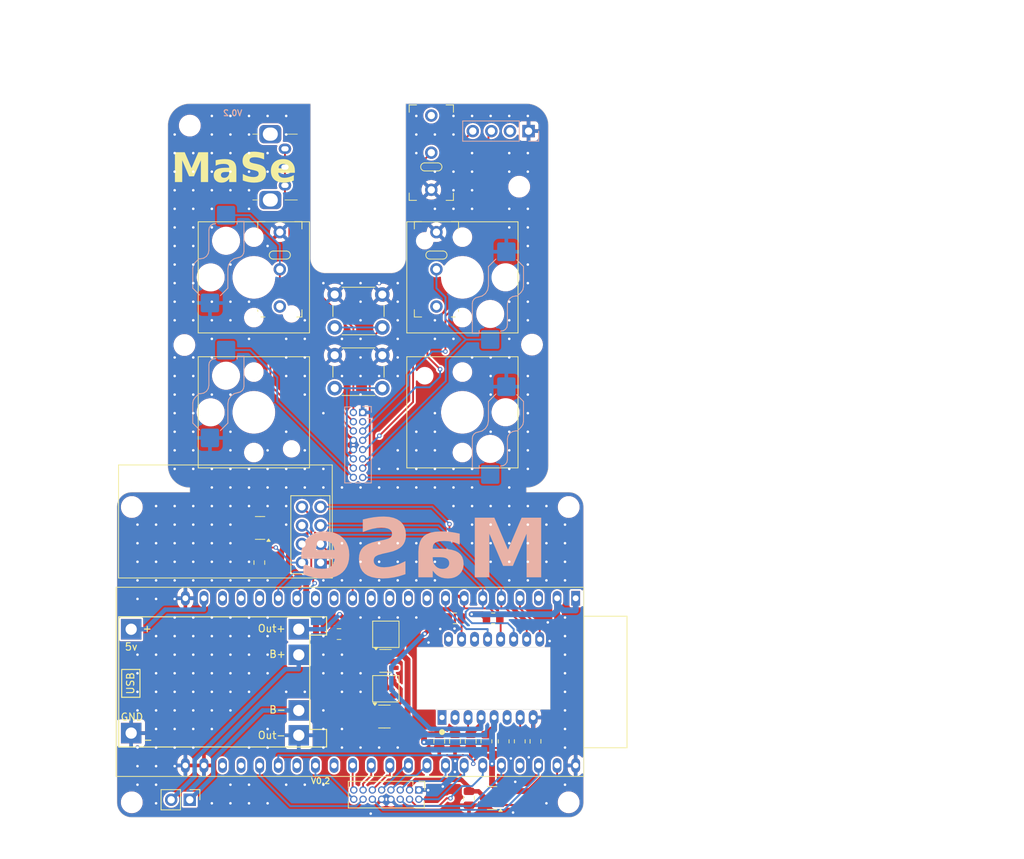
<source format=kicad_pcb>
(kicad_pcb (version 20241229) (generator "pcbnew") (generator_version "9.0")
  (layers (0 "F.Cu" signal) (2 "B.Cu" signal) (13 "F.Paste" user) (15 "B.Paste" user) (5 "F.SilkS" user "F.Silkscreen") (7 "B.SilkS" user "B.Silkscreen") (1 "F.Mask" user) (3 "B.Mask" user) (25 "Edge.Cuts" user))
  (net 0 "")
  (net 1 "GND")
  (net 2 "+3V3")
  (net 3 "+1V8")
  (net 4 "MISO")
  (net 5 "MOTION")
  (net 6 "SCLK")
  (net 7 "MOSI")
  (net 8 "NCS")
  (net 14 "Net-(U2-LED_P)")
  (net 15 "Net-(U2-VDDPIX)")
  (net 16 "Net-(U2-NRESET)")
  (net 17 "leftClick")
  (net 18 "Sensor_RST")
  (net 19 "rightClick")
  (net 20 "CenterClick")
  (net 22 "encC")
  (net 23 "encA")
  (net 24 "encB")
  (net 25 "+5V")
  (net 27 "OUT+")
  (net 28 "B-")
  (net 29 "B+")
  (net 30 "CE_24")
  (net 31 "CSN_24")
  (net 32 "IRQ_24")
  (net 33 "SDA_DISPLAY")
  (net 34 "SCL_DISPLAY")
  (net 35 "VCC_NRF_MD")
  (net 36 "DSP_COM_PO")
  (net 37 "NRF_COM_PO")
  (net 39 "right2Click")
  (net 40 "GPI045")
  (net 41 "/VCC_DISP")
  (net 42 "GPIO1")
  (net 44 "left2Click")
  (net 47 "GPIO17")
  (net 48 "GPIO16")
  (net 49 "GPIO18")
  (net 51 "GPIO8")
  (net 52 "GPIO9")
  (net 53 "center2Click")
  (net 54 "center3Click")
  (net 55 "GPIO2")
  (net 56 "GPI046")
  (net 57 "GPIO37")
  (net 58 "GPIO36")
  (net 59 "GPIO38")
  (net 60 "GPIO35")
  (net 61 "GPIO21")
  (net 63 "GPIO39")
  (net 64 "GPIO40")
  (net 65 "GPIO42")
  (net 66 "GPIO41")
  (net 67 "GPIO44")
  (net 68 "VCC_DISP_MB")
  (footprint "MountingHole:MountingHole_2.2mm_M2_ISO14580" (layer "F.Cu") (at 30.88 17.725 90)
    (property "Reference" "H4" (hide yes))
    (property "Value" "MountingHole")
  )
  (footprint "PMW3360:PMW3360" (layer "F.Cu") (at 65.345 98.65 90)
    (property "Reference" "U2" (hide yes))
    (property "Value" "PMW3360")
  )
  (footprint "Capacitor_SMD:C_0805_2012Metric" (layer "F.Cu") (at 78.1175 101.9125 90)
    (property "Reference" "C4" (hide yes))
    (property "Value" "1u")
  )
  (footprint "PCM_Espressif:ESP32-S3-DevKitC" (layer "F.Cu") (at 83.61 82.35 -90)
    (property "Reference" "U5" (hide yes))
    (property "Value" "ESP32-S3-DevKitC" (hide yes))
  )
  (footprint "PCM_Package_TO_SOT_SMD_AKL:SOT-23" (layer "F.Cu") (at 57.6675 87.275 180)
    (property "Reference" "U6" (hide yes))
    (property "Value" "AP130-33SA" (hide yes))
  )
  (footprint "MaSe:SW_Micro_Switch" (layer "F.Cu") (at 63.88 21.425 90)
    (property "Reference" "SW4" (hide yes))
    (property "Value" "Push_Button")
  )
  (footprint "Capacitor_SMD:C_0805_2012Metric" (layer "F.Cu") (at 51.2679 87.25 180)
    (property "Reference" "C3" (hide yes))
    (property "Value" "1u")
  )
  (footprint "Capacitor_SMD:C_0805_2012Metric" (layer "F.Cu") (at 67.1175 101.9125 -90)
    (property "Reference" "C104" (hide yes))
    (property "Value" "4.7u")
  )
  (footprint "MaSe:SW_Hotswap_Kailh_Choc_V1V2_1.00u" (layer "F.Cu") (at 39.63 38.475 90)
    (property "Reference" "SW1" (hide yes))
    (property "Value" "Push_Button")
  )
  (footprint "Package_TO_SOT_SMD:SOT-23-5" (layer "F.Cu") (at 57.4675 98.525)
    (property "Reference" "U1" (hide yes))
    (property "Value" "TCR2EF19")
  )
  (footprint "MountingHole:MountingHole_2.2mm_M2_ISO14580" (layer "F.Cu") (at 22.955 69.875 90)
    (property "Reference" "H2" (hide yes))
    (property "Value" "MountingHole")
  )
  (footprint "Resistor_SMD:R_0805_2012Metric" (layer "F.Cu") (at 75.9675 101.9125 -90)
    (property "Reference" "R108" (hide yes))
    (property "Value" "?")
  )
  (footprint "MaSe:SW_Hotswap_Kailh_Choc_V1V2_1.00u" (layer "F.Cu") (at 68.13 56.925 -90)
    (property "Reference" "SW8" (hide yes))
    (property "Value" "Push_Button")
  )
  (footprint "Capacitor_SMD:C_0805_2012Metric" (layer "F.Cu") (at 40.38 77.475 -90)
    (property "Reference" "C11" (hide yes))
    (property "Value" "0.1u")
  )
  (footprint "Resistor_SMD:R_0805_2012Metric" (layer "F.Cu") (at 72.33 85.1)
    (property "Reference" "R102" (hide yes))
    (property "Value" "10k")
  )
  (footprint "MountingHole:MountingHole_2.2mm_M2_ISO14580" (layer "F.Cu") (at 22.95 110.25)
    (property "Reference" "H8" (hide yes))
    (property "Value" "MountingHole")
  )
  (footprint "RF_Module:nRF24L01_Breakout" (layer "F.Cu") (at 48.7445 77.475 180)
    (property "Reference" "U8" (hide yes))
    (property "Value" "NRF24L01_Breakout")
  )
  (footprint "Connector_PinHeader_2.54mm:PinHeader_1x02_P2.54mm_Vertical" (layer "F.Cu") (at 30.875 109.9 -90)
    (property "Reference" "J4" (hide yes))
    (property "Value" "Conn_01x02")
  )
  (footprint "Package_TO_SOT_SMD:SOT-23" (layer "F.Cu") (at 40.48 72.7375 180)
    (property "Reference" "Q3" (hide yes))
    (property "Value" "BSS83P")
  )
  (footprint "Package_TO_SOT_SMD:SOT-23-5" (layer "F.Cu") (at 57.6175 90.9125)
    (property "Reference" "U3" (hide yes))
    (property "Value" "TLV73333PDBV")
  )
  (footprint "Button_Switch_THT:SW_PUSH_6mm" (layer "F.Cu") (at 50.68 40.825)
    (property "Reference" "SW9" (hide yes))
    (property "Value" "Push_Button")
  )
  (footprint "Resistor_SMD:R_0805_2012Metric" (layer "F.Cu") (at 73.7675 101.9125 90)
    (property "Reference" "R107" (hide yes))
    (property "Value" "?")
  )
  (footprint "MountingHole:MountingHole_2.2mm_M2_ISO14580" (layer "F.Cu") (at 77.64 47.675)
    (property "Reference" "H7" (hide yes))
    (property "Value" "MountingHole")
  )
  (footprint "Capacitor_SMD:C_0805_2012Metric" (layer "F.Cu") (at 69.03 109.7 -90)
    (property "Reference" "C10" (hide yes))
    (property "Value" "0.1u")
  )
  (footprint "MaSe:SW_Hotswap_Kailh_Choc_V1V2_1.00u" (layer "F.Cu") (at 68.13 38.475 -90)
    (property "Reference" "SW2" (hide yes))
    (property "Value" "Push_Button")
  )
  (footprint "MountingHole:MountingHole_2.2mm_M2_ISO14580" (layer "F.Cu") (at 82.65 110.25)
    (property "Reference" "H1" (hide yes))
    (property "Value" "MountingHole")
  )
  (footprint "Capacitor_SMD:C_0805_2012Metric" (layer "F.Cu") (at 69.2675 101.9125 -90)
    (property "Reference" "C2" (hide yes))
    (property "Value" "1u")
  )
  (footprint "MaSe:SW_Micro_Switch" (layer "F.Cu") (at 64.58 37.375 -90)
    (property "Reference" "SW6" (hide yes))
    (property "Value" "Push_Button")
  )
  (footprint "MountingHole:MountingHole_2.2mm_M2_ISO14580" (layer "F.Cu") (at 75.89 26.075)
    (property "Reference" "H6" (hide yes))
    (property "Value" "MountingHole")
  )
  (footprint "MaSe:Alps-EC10E1220501" (layer "F.Cu") (at 43.88 23.395 90)
    (property "Reference" "SW3" (hide yes))
    (property "Value" "RotaryEncoder" (hide yes))
  )
  (footprint "Capacitor_SMD:C_0805_2012Metric" (layer "F.Cu") (at 64.9675 101.9125 90)
    (property "Reference" "C1" (hide yes))
    (property "Value" "0.1u")
  )
  (footprint "PCM_Package_TO_SOT_SMD_AKL:SOT-23" (layer "F.Cu") (at 57.6675 94.725 180)
    (property "Reference" "U4" (hide yes))
    (property "Value" "AP130-33SA" (hide yes))
  )
  (footprint "MountingHole:MountingHole_2.2mm_M2_ISO14580" (layer "F.Cu") (at 30.14 47.725)
    (property "Reference" "H5" (hide yes))
    (property "Value" "MountingHole")
  )
  (footprint "Connector_PinHeader_1.27mm:PinHeader_2x08_P1.27mm_Vertical" (layer "F.Cu") (at 62.175 108.565 -90)
    (property "Reference" "J3" (hide yes))
    (property "Value" "Conn_02x08_Odd_Even")
  )
  (footprint "Resistor_SMD:R_0805_2012Metric" (layer "F.Cu") (at 67.105 85.1)
    (property "Reference" "R101" (hide yes))
    (property "Value" "39")
  )
  (footprint "MaSe:SW_Micro_Switch" (layer "F.Cu") (at 43.18 37.375 -90)
    (property "Reference" "SW5" (hide yes))
    (property "Value" "Push_Button")
  )
  (footprint "MaSe:TP4056-18650" (layer "F.Cu") (at 21.1675 84.8875)
    (property "Reference" "J2" (hide yes))
    (property "Value" "ALIM_BAT")
  )
  (footprint "MountingHole:MountingHole_2.2mm_M2_ISO14580" (layer "F.Cu") (at 82.655 69.875)
    (property "Reference" "H3" (hide yes))
    (property "Value" "MountingHole")
  )
  (footprint "Button_Switch_THT:SW_PUSH_6mm" (layer "F.Cu") (at 50.68 49.125)
    (property "Reference" "SW10" (hide yes))
    (property "Value" "Push_Button")
  )
  (footprint "Resistor_SMD:R_0805_2012Metric" (layer "F.Cu") (at 71.4175 101.9125 90)
    (property "Reference" "R109" (hide yes))
    (property "Value" "?")
  )
  (footprint "Package_TO_SOT_SMD:SOT-23" (layer "F.Cu") (at 72.18 109.6625 180)
    (property "Reference" "Q2" (hide yes))
    (property "Value" "BSS83P")
  )
  (footprint "MaSe:SW_Hotswap_Kailh_Choc_V1V2_1.00u" (layer "F.Cu") (at 39.63 56.925 90)
    (property "Reference" "SW7" (hide yes))
    (property "Value" "Push_Button")
  )
  (footprint "Connector_PinHeader_2.54mm:PinHeader_1x04_P2.54mm_Vertical" (layer "B.Cu") (at 77.17 18.475 90)
    (property "Reference" "Brd1" (hide yes))
    (property "Value" "SSD1306")
  )
  (footprint "Connector_PinHeader_1.27mm:PinHeader_2x08_P1.27mm_Vertical" (layer "B.Cu") (at 54.5 56.945 180)
    (property "Reference" "J1" (hide yes))
    (property "Value" "Conn_02x08_Odd_Even")
  )
  (gr_line (start 27.88 64.225) (end 27.88 17.725) (stroke (width 0.05)) (layer "Edge.Cuts"))
  (gr_rect (start 61.93 89.05) (end 80.13 97.55) (stroke (width 0.05)) (fill no) (layer "Edge.Cuts"))
  (gr_line (start 60.38 14.725) (end 76.88 14.725) (stroke (width 0.05)) (layer "Edge.Cuts"))
  (gr_line (start 76.88 67.225) (end 76.88 67.85) (stroke (width 0.05)) (layer "Edge.Cuts"))
  (gr_line (start 30.88 14.725) (end 47.38 14.725) (stroke (width 0.05)) (layer "Edge.Cuts"))
  (gr_arc (start 27.88 17.725) (mid 28.75868 15.60368) (end 30.88 14.725) (stroke (width 0.05)) (layer "Edge.Cuts"))
  (gr_line (start 58.38 37.875) (end 49.38 37.875) (stroke (width 0.05)) (layer "Edge.Cuts"))
  (gr_arc (start 84.68 110.3) (mid 84.094214 111.714214) (end 82.68 112.3) (stroke (width 0.05)) (layer "Edge.Cuts"))
  (gr_arc (start 60.38 35.875) (mid 59.794214 37.289214) (end 58.38 37.875) (stroke (width 0.05)) (layer "Edge.Cuts"))
  (gr_line (start 84.68 69.85) (end 84.68 110.3) (stroke (width 0.05)) (layer "Edge.Cuts"))
  (gr_arc (start 30.88 67.225) (mid 28.75868 66.34632) (end 27.88 64.225) (stroke (width 0.05)) (layer "Edge.Cuts"))
  (gr_line (start 82.68 112.3) (end 22.93 112.3) (stroke (width 0.05)) (layer "Edge.Cuts"))
  (gr_line (start 22.93 67.85) (end 30.88 67.85) (stroke (width 0.05)) (layer "Edge.Cuts"))
  (gr_arc (start 22.93 112.3) (mid 21.515786 111.714214) (end 20.93 110.3) (stroke (width 0.05)) (layer "Edge.Cuts"))
  (gr_arc (start 79.88 64.225) (mid 79.00132 66.34632) (end 76.88 67.225) (stroke (width 0.05)) (layer "Edge.Cuts"))
  (gr_line (start 30.88 67.225) (end 30.88 67.85) (stroke (width 0.05)) (layer "Edge.Cuts"))
  (gr_line (start 79.88 17.725) (end 79.88 64.225) (stroke (width 0.05)) (layer "Edge.Cuts"))
  (gr_line (start 60.38 14.725) (end 60.38 35.875) (stroke (width 0.05)) (layer "Edge.Cuts"))
  (gr_arc (start 76.88 14.725) (mid 79.00132 15.60368) (end 79.88 17.725) (stroke (width 0.05)) (layer "Edge.Cuts"))
  (gr_arc (start 49.38 37.875) (mid 47.965786 37.289214) (end 47.38 35.875) (stroke (width 0.05)) (layer "Edge.Cuts"))
  (gr_arc (start 20.93 69.85) (mid 21.515786 68.435786) (end 22.93 67.85) (stroke (width 0.05)) (layer "Edge.Cuts"))
  (gr_arc (start 82.68 67.85) (mid 84.094214 68.435786) (end 84.68 69.85) (stroke (width 0.05)) (layer "Edge.Cuts"))
  (gr_line (start 20.93 110.3) (end 20.93 69.85) (stroke (width 0.05)) (layer "Edge.Cuts"))
  (gr_line (start 47.38 35.875) (end 47.38 14.725) (stroke (width 0.05)) (layer "Edge.Cuts"))
  (gr_line (start 76.88 67.85) (end 82.68 67.85) (stroke (width 0.05)) (layer "Edge.Cuts"))
  (gr_text "V0.2\n" (at 47.35 107.8 -0) (layer "F.SilkS") (effects (font (size 0.8 0.8) (thickness 0.15) (bold yes)) (justify left bottom)))
  (gr_text "MaSe" (at 28.33 26.125 0) (layer "F.SilkS") (effects (font (size 4 4) (thickness 0.15) (bold yes)) (justify left bottom)))
  (gr_text "V0.2\n" (at 38.13 16.475 0) (layer "B.SilkS") (effects (font (size 0.8 0.8) (thickness 0.15) (bold yes)) (justify left bottom mirror)))
  (gr_text "MaSe" (at 79.925 80.85 0) (layer "B.SilkS") (effects (font (size 8 8) (thickness 0.15) (bold yes)) (justify left bottom mirror)))
  (segment (start 77.805 100.65) (end 77.805 98.65) (width 0.6) (layer "F.Cu") (net 1))
  (segment (start 78.1175 100.962) (end 77.805 100.65) (width 0.6) (layer "F.Cu") (net 1))
  (segment (start 78.08 101) (end 78.1175 100.962) (width 0.6) (layer "F.Cu") (net 1))
  (segment (start 75.9675 101) (end 78.08 101) (width 0.6) (layer "F.Cu") (net 1))
  (via (at 71.99 77.365) (size 0.6) (drill 0.35) (layers "F.Cu" "B.Cu") (net 1))
  (via (at 36.43 64.665) (size 0.6) (drill 0.35) (layers "F.Cu" "B.Cu") (net 1))
  (via (at 38.97 107.845) (size 0.6) (drill 0.35) (layers "F.Cu" "B.Cu") (net 1))
  (via (at 79.61 110.385) (size 0.6) (drill 0.35) (layers "F.Cu" "B.Cu") (net 1))
  (via (at 49.13 92.605) (size 0.6) (drill 0.35) (layers "F.Cu" "B.Cu") (net 1))
  (via (at 38.97 16.405) (size 0.6) (drill 0.35) (layers "F.Cu" "B.Cu") (net 1))
  (via (at 28.81 100.225) (size 0.6) (drill 0.35) (layers "F.Cu" "B.Cu") (net 1))
  (via (at 28.81 59.585) (size 0.6) (drill 0.35) (layers "F.Cu" "B.Cu") (net 1))
  (via (at 31.35 49.425) (size 0.6) (drill 0.35) (layers "F.Cu" "B.Cu") (net 1))
  (via (at 33.89 84.985) (size 0.6) (drill 0.35) (layers "F.Cu" "B.Cu") (net 1))
  (via (at 69.45 74.825) (size 0.6) (drill 0.35) (layers "F.Cu" "B.Cu") (net 1))
  (via (at 66.91 18.945) (size 0.6) (drill 0.35) (layers "F.Cu" "B.Cu") (net 1))
  (via (at 46.59 107.845) (size 0.6) (drill 0.35) (layers "F.Cu" "B.Cu") (net 1))
  (via (at 69.45 49.425) (size 0.6) (drill 0.35) (layers "F.Cu" "B.Cu") (net 1))
  (via (at 28.81 36.725) (size 0.6) (drill 0.35) (layers "F.Cu" "B.Cu") (net 1))
  (via (at 74.53 29.105) (size 0.6) (drill 0.35) (layers "F.Cu" "B.Cu") (net 1))
  (via (at 55.6 111.8) (size 0.6) (drill 0.35) (layers "F.Cu" "B.Cu") (net 1))
  (via (at 31.35 39.265) (size 0.6) (drill 0.35) (layers "F.Cu" "B.Cu") (net 1))
  (via (at 74.53 79.905) (size 0.6) (drill 0.35) (layers "F.Cu" "B.Cu") (net 1))
  (via (at 77.2 104.1) (size 0.6) (drill 0.35) (layers "F.Cu" "B.Cu") (net 1))
  (via (at 54.21 46.885) (size 0.6) (drill 0.35) (layers "F.Cu" "B.Cu") (net 1))
  (via (at 41.51 24.025) (size 0.6) (drill 0.35) (layers "F.Cu" "B.Cu") (net 1))
  (via (at 38.97 21.485) (size 0.6) (drill 0.35) (layers "F.Cu" "B.Cu") (net 1))
  (via (at 67.15 104.6) (size 0.6) (drill 0.35) (layers "F.Cu" "B.Cu") (net 1))
  (via (at 79.61 79.905) (size 0.6) (drill 0.35) (layers "F.Cu" "B.Cu") (net 1))
  (via (at 23.73 107.845) (size 0.6) (drill 0.35) (layers "F.Cu" "B.Cu") (net 1))
  (via (at 26.27 105.305) (size 0.6) (drill 0.35) (layers "F.Cu" "B.Cu") (net 1))
  (via (at 33.89 110.385) (size 0.6) (drill 0.35) (layers "F.Cu" "B.Cu") (net 1))
  (via (at 63.5 88.4) (size 0.6) (drill 0.35) (layers "F.Cu" "B.Cu") (net 1))
  (via (at 82.15 77.365) (size 0.6) (drill 0.35) (layers "F.Cu" "B.Cu") (net 1))
  (via (at 56.75 102.765) (size 0.6) (drill 0.35) (layers "F.Cu" "B.Cu") (net 1))
  (via (at 71.99 59.585) (size 0.6) (drill 0.35) (layers "F.Cu" "B.Cu") (net 1))
  (via (at 49.13 87.525) (size 0.6) (drill 0.35) (layers "F.Cu" "B.Cu") (net 1))
  (via (at 69.45 16.405) (size 0.6) (drill 0.35) (layers "F.Cu" "B.Cu") (net 1))
  (via (at 61.83 59.585) (size 0.6) (drill 0.35) (layers "F.Cu" "B.Cu") (net 1))
  (via (at 41.51 110.385) (size 0.6) (drill 0.35) (layers "F.Cu" "B.Cu") (net 1))
  (via (at 26.27 69.745) (size 0.6) (drill 0.35) (layers "F.Cu" "B.Cu") (net 1))
  (via (at 66.91 26.565) (size 0.6) (drill 0.35) (layers "F.Cu" "B.Cu") (net 1))
  (via (at 38.97 18.945) (size 0.6) (drill 0.35) (layers "F.Cu" "B.Cu") (net 1))
  (via (at 26.27 87.525) (size 0.6) (drill 0.35) (layers "F.Cu" "B.Cu") (net 1))
  (via (at 75.05 111.65) (size 0.6) (drill 0.35) (layers "F.Cu" "B.Cu") (net 1))
  (via (at 77.07 77.365) (size 0.6) (drill 0.35) (layers "F.Cu" "B.Cu") (net 1))
  (via (at 56.75 67.205) (size 0.6) (drill 0.35) (layers "F.Cu" "B.Cu") (net 1))
  (via (at 33.89 97.685) (size 0.6) (drill 0.35) (layers "F.Cu" "B.Cu") (net 1))
  (via (at 33.89 49.425) (size 0.6) (drill 0.35) (layers "F.Cu" "B.Cu") (net 1))
  (via (at 28.81 64.665) (size 0.6) (drill 0.35) (layers "F.Cu" "B.Cu") (net 1))
  (via (at 31.35 72.285) (size 0.6) (drill 0.35) (layers "F.Cu" "B.Cu") (net 1))
  (via (at 28.81 72.285) (size 0.6) (drill 0.35) (layers "F.Cu" "B.Cu") (net 1))
  (via (at 64.37 79.905) (size 0.6) (drill 0.35) (layers "F.Cu" "B.Cu") (net 1))
  (via (at 31.35 62.125) (size 0.6) (drill 0.35) (layers "F.Cu" "B.Cu") (net 1))
  (via (at 23.73 82.445) (size 0.6) (drill 0.35) (layers "F.Cu" "B.Cu") (net 1))
  (via (at 26.27 92.605) (size 0.6) (drill 0.35) (layers "F.Cu" "B.Cu") (net 1))
  (via (at 33.89 95.145) (size 0.6) (drill 0.35) (layers "F.Cu" "B.Cu") (net 1))
  (via (at 65.45 108.1) (size 0.6) (drill 0.35) (layers "F.Cu" "B.Cu") (net 1))
  (via (at 61.83 18.945) (size 0.6) (drill 0.35) (layers "F.Cu" "B.Cu") (net 1))
  (via (at 54.21 84.985) (size 0.6) (drill 0.35) (layers "F.Cu" "B.Cu") (net 1))
  (via (at 31.35 26.565) (size 0.6) (drill 0.35) (layers "F.Cu" "B.Cu") (net 1))
  (via (at 79.61 77.365) (size 0.6) (drill 0.35) (layers "F.Cu" "B.Cu") (net 1))
  (via (at 64.37 59.585) (size 0.6) (drill 0.35) (layers "F.Cu" "B.Cu") (net 1))
  (via (at 26.27 77.365) (size 0.6) (drill 0.35) (layers "F.Cu" "B.Cu") (net 1))
  (via (at 41.51 102.765) (size 0.6) (drill 0.35) (layers "F.Cu" "B.Cu") (net 1))
  (via (at 56.75 51.965) (size 0.6) (drill 0.35) (layers "F.Cu" "B.Cu") (net 1))
  (via (at 33.89 64.665) (size 0.6) (drill 0.35) (layers "F.Cu" "B.Cu") (net 1))
  (via (at 74.53 72.285) (size 0.6) (drill 0.35) (layers "F.Cu" "B.Cu") (net 1))
  (via (at 36.43 87.525) (size 0.6) (drill 0.35) (layers "F.Cu" "B.Cu") (net 1))
  (via (at 54.21 95.145) (size 0.6) (drill 0.35) (layers "F.Cu" "B.Cu") (net 1))
  (via (at 74.53 77.365) (size 0.6) (drill 0.35) (layers "F.Cu" "B.Cu") (net 1))
  (via (at 26.27 72.285) (size 0.6) (drill 0.35) (layers "F.Cu" "B.Cu") (net 1))
  (via (at 82.15 95.145) (size 0.6) (drill 0.35) (layers "F.Cu" "B.Cu") (net 1))
  (via (at 61.83 67.205) (size 0.6) (drill 0.35) (layers "F.Cu" "B.Cu") (net 1))
  (via (at 74.53 46.885) (size 0.6) (drill 0.35) (layers "F.Cu" "B.Cu") (net 1))
  (via (at 49.13 107.845) (size 0.6) (drill 0.35) (layers "F.Cu" "B.Cu") (net 1))
  (via (at 28.81 29.105) (size 0.6) (drill 0.35) (layers "F.Cu" "B.Cu") (net 1))
  (via (at 31.35 100.225) (size 0.6) (drill 0.35) (layers "F.Cu" "B.Cu") (net 1))
  (via (at 49.13 100.225) (size 0.6) (drill 0.35) (layers "F.Cu" "B.Cu") (net 1))
  (via (at 26.27 79.905) (size 0.6) (drill 0.35) (layers "F.Cu" "B.Cu") (net 1))
  (via (at 82.15 92.605) (size 0.6) (drill 0.35) (layers "F.Cu" "B.Cu") (net 1))
  (via (at 23.73 97.685) (size 0.6) (drill 0.35) (layers "F.Cu" "B.Cu") (net 1))
  (via (at 36.43 59.585) (size 0.6) (drill 0.35) (layers "F.Cu" "B.Cu") (net 1))
  (via (at 49.13 97.685) (size 0.6) (drill 0.35) (layers "F.Cu" "B.Cu") (net 1))
  (via (at 79.8 85.65) (size 0.6) (drill 0.35) (layers "F.Cu" "B.Cu") (net 1))
  (via (at 66.91 67.205) (size 0.6) (drill 0.35) (layers "F.Cu" "B.Cu") (net 1))
  (via (at 23.73 95.145) (size 0.6) (drill 0.35) (layers "F.Cu" "B.Cu") (net 1))
  (via (at 36.43 67.205) (size 0.6) (drill 0.35) (layers "F.Cu" "B.Cu") (net 1))
  (via (at 33.89 44.345) (size 0.6) (drill 0.35) (layers "F.Cu" "B.Cu") (net 1))
  (via (at 51.67 100.225) (size 0.6) (drill 0.35) (layers "F.Cu" "B.Cu") (net 1))
  (via (at 82.15 102.765) (size 0.6) (drill 0.35) (layers "F.Cu" "B.Cu") (net 1))
  (via (at 54.21 67.205) (size 0.6) (drill 0.35) (layers "F.Cu" "B.Cu") (net 1))
  (via (at 38.97 79.905) (size 0.6) (drill 0.35) (layers "F.Cu" "B.Cu") (net 1))
  (via (at 38.97 41.805) (size 0.6) (drill 0.35) (layers "F.Cu" "B.Cu") (net 1))
  (via (at 28.81 84.985) (size 0.6) (drill 0.35) (layers "F.Cu" "B.Cu") (net 1))
  (via (at 77.07 44.345) (size 0.6) (drill 0.35) (layers "F.Cu" "B.Cu") (net 1))
  (via (at 38.97 29.105) (size 0.6) (drill 0.35) (layers "F.Cu" "B.Cu") (net 1))
  (via (at 33.89 18.945) (size 0.6) (drill 0.35) (layers "F.Cu" "B.Cu") (net 1))
  (via (at 56.75 79.905) (size 0.6) (drill 0.35) (layers "F.Cu" "B.Cu") (net 1))
  (via (at 79.61 74.825) (size 0.6) (drill 0.35) (layers "F.Cu" "B.Cu") (net 1))
  (via (at 77.07 79.905) (size 0.6) (drill 0.35) (layers "F.Cu" "B.Cu") (net 1))
  (via (at 28.81 18.945) (size 0.6) (drill 0.35) (layers "F.Cu" "B.Cu") (net 1))
  (via (at 46.59 64.665) (size 0.6) (drill 0.35) (layers "F.Cu" "B.Cu") (net 1))
  (via (at 41.51 87.525) (size 0.6) (drill 0.35) (layers "F.Cu" "B.Cu") (net 1))
  (via (at 82.15 72.285) (size 0.6) (drill 0.35) (layers "F.Cu" "B.Cu") (net 1))
  (via (at 71.99 69.745) (size 0.6) (drill 0.35) (layers "F.Cu" "B.Cu") (net 1))
  (via (at 59.29 84.985) (size 0.6) (drill 0.35) (layers "F.Cu" "B.Cu") (net 1))
  (via (at 31.35 41.805) (size 0.6) (drill 0.35) (layers "F.Cu" "B.Cu") (net 1))
  (via (at 82.15 84.985) (size 0.6) (drill 0.35) (layers "F.Cu" "B.Cu") (net 1))
  (via (at 79.61 72.285) (size 0.6) (drill 0.35) (layers "F.Cu" "B.Cu") (net 1))
  (via (at 26.27 82.445) (size 0.6) (drill 0.35) (layers "F.Cu" "B.Cu") (net 1))
  (via (at 38.97 77.365) (size 0.6) (drill 0.35) (layers "F.Cu" "B.Cu") (net 1))
  (via (at 61.83 16.405) (size 0.6) (drill 0.35) (layers "F.Cu" "B.Cu") (net 1))
  (via (at 59.29 46.885) (size 0.6) (drill 0.35) (layers "F.Cu" "B.Cu") (net 1))
  (via (at 56.75 39.265) (size 0.6) (drill 0.35) (layers "F.Cu" "B.Cu") (net 1))
  (via (at 33.89 24.025) (size 0.6) (drill 0.35) (layers "F.Cu" "B.Cu") (net 1))
  (via (at 64.37 62.125) (size 0.6) (drill 0.35) (layers "F.Cu" "B.Cu") (net 1))
  (via (at 64.37 67.205) (size 0.6) (drill 0.35) (layers "F.Cu" "B.Cu") (net 1))
  (via (at 28.81 82.445) (size 0.6) (drill 0.35) (layers "F.Cu" "B.Cu") (net 1))
  (via (at 31.35 87.525) (size 0.6) (drill 0.35) (layers "F.Cu" "B.Cu") (net 1))
  (via (at 74.53 64.665) (size 0.6) (drill 0.35) (layers "F.Cu" "B.Cu") (net 1))
  (via (at 36.43 72.285) (size 0.6) (drill 0.35) (layers "F.Cu" "B.Cu") (net 1))
  (via (at 41.51 90.065) (size 0.6) (drill 0.35) (layers "F.Cu" "B.Cu") (net 1))
  (via (at 44.05 69.745) (size 0.6) (drill 0.35) (layers "F.Cu" "B.Cu") (net 1))
  (via (at 26.27 97.685) (size 0.6) (drill 0.35) (layers "F.Cu" "B.Cu") (net 1))
  (via (at 28.81 34.185) (size 0.6) (drill 0.35) (layers "F.Cu" "B.Cu") (net 1))
  (via (at 38.97 102.765) (size 0.6) (drill 0.35) (layers "F.Cu" "B.Cu") (net 1))
  (via (at 79.61 69.745) (size 0.6) (drill 0.35) (layers "F.Cu" "B.Cu") (net 1))
  (via (at 28.81 62.125) (size 0.6) (drill 0.35) (layers "F.Cu" "B.Cu") (net 1))
  (via (at 49.13 64.665) (size 0.6) (drill 0.35) (layers "F.Cu" "B.Cu") (net 1))
  (via (at 33.89 31.645) (size 0.6) (drill 0.35) (layers "F.Cu" "B.Cu") (net 1))
  (via (at 54.21 51.965) (size 0.6) (drill 0.35) (layers "F.Cu" "B.Cu") (net 1))
  (via (at 23.73 77.365) (size 0.6) (drill 0.35) (layers "F.Cu" "B.Cu") (net 1))
  (via (at 31.35 74.825) (size 0.6) (drill 0.35) (layers "F.Cu" "B.Cu") (net 1))
  (via (at 66.91 46.885) (size 0.6) (drill 0.35) (layers "F.Cu" "B.Cu") (net 1))
  (via (at 59.29 77.365) (size 0.6) (drill 0.35) (layers "F.Cu" "B.Cu") (net 1))
  (via (at 69.45 24.025) (size 0.6) (drill 0.35) (layers "F.Cu" "B.Cu") (net 1))
  (via (at 77.07 21.485) (size 0.6) (drill 0.35) (layers "F.Cu" "B.Cu") (net 1))
  (via (at 49.13 84.985) (size 0.6) (drill 0.35) (layers "F.Cu" "B.Cu") (net 1))
  (via (at 49.13 39.265) (size 0.6) (drill 0.35) (layers "F.Cu" "B.Cu") (net 1))
  (via (at 67.1 106.1) (size 0.6) (drill 0.35) (layers "F.Cu" "B.Cu") (net 1))
  (via (at 31.35 44.345) (size 0.6) (drill 0.35) (layers "F.Cu" "B.Cu") (net 1))
  (via (at 74.53 44.345) (size 0.6) (drill 0.35) (layers "F.Cu" "B.Cu") (net 1))
  (via (at 71.99 51.965) (size 0.6) (drill 0.35) (layers "F.Cu" "B.Cu") (net 1))
  (via (at 49.13 79.905) (size 0.6) (drill 0.35) (layers "F.Cu" "B.Cu") (net 1))
  (via (at 74.53 41.805) (size 0.6) (drill 0.35) (layers "F.Cu" "B.Cu") (net 1))
  (via (at 46.59 62.125) (size 0.6) (drill 0.35) (layers "F.Cu" "B.Cu") (net 1))
  (via (at 41.51 92.605) (size 0.6) (drill 0.35) (layers "F.Cu" "B.Cu") (net 1))
  (via (at 28.81 74.825) (size 0.6) (drill 0.35) (layers "F.Cu" "B.Cu") (net 1))
  (via (at 64.37 29.105) (size 0.6) (drill 0.35) (layers "F.Cu" "B.Cu") (net 1))
  (via (at 59.29 41.805) (size 0.6) (drill 0.35) (layers "F.Cu" "B.Cu") (net 1))
  (via (at 51.67 51.965) (size 0.6) (drill 0.35) (layers "F.Cu" "B.Cu") (net 1))
  (via (at 77.07 59.585) (size 0.6) (drill 0.35) (layers "F.Cu" "B.Cu") (net 1))
  (via (at 74.53 59.585) (size 0.6) (drill 0.35) (layers "F.Cu" "B.Cu") (net 1))
  (via (at 31.35 24.025) (size 0.6) (drill 0.35) (layers "F.Cu" "B.Cu") (net 1))
  (via (at 44.05 59.585) (size 0.6) (drill 0.35) (layers "F.Cu" "B.Cu") (net 1))
  (via (at 31.35 79.905) (size 0.6) (drill 0.35) (layers "F.Cu" "B.Cu") (net 1))
  (via (at 77.07 51.965) (size 0.6) (drill 0.35) (layers "F.Cu" "B.Cu") (net 1))
  (via (at 33.89 41.805) (size 0.6) (drill 0.35) (layers "F.Cu" "B.Cu") (net 1))
  (via (at 31.35 92.605) (size 0.6) (drill 0.35) (layers "F.Cu" "B.Cu") (net 1))
  (via (at 23.73 79.905) (size 0.6) (drill 0.35) (layers "F.Cu" "B.Cu") (net 1))
  (via (at 36.43 18.945) (size 0.6) (drill 0.35) (layers "F.Cu" "B.Cu") (net 1))
  (via (at 77.07 62.125) (size 0.6) (drill 0.35) (layers "F.Cu" "B.Cu") (net 1))
  (via (at 54.21 41.805) (size 0.6) (drill 0.35) (layers "F.Cu" "B.Cu") (net 1))
  (via (at 31.35 34.185) (size 0.6) (drill 0.35) (layers "F.Cu" "B.Cu") (net 1))
  (via (at 36.43 41.805) (size 0.6) (drill 0.35) (layers "F.Cu" "B.Cu") (net 1))
  (via (at 82.15 79.905) (size 0.6) (drill 0.35) (layers "F.Cu" "B.Cu") (net 1))
  (via (at 31.35 59.585) (size 0.6) (drill 0.35) (layers "F.Cu" "B.Cu") (net 1))
  (via (at 33.89 72.285) (size 0.6) (drill 0.35) (layers "F.Cu" "B.Cu") (net 1))
  (via (at 36.43 79.905) (size 0.6) (drill 0.35) (layers "F.Cu" "B.Cu") (net 1))
  (via (at 71.99 54.505) (size 0.6) (drill 0.35) (layers "F.Cu" "B.Cu") (net 1))
  (via (at 69.45 21.485) (size 0.6) (drill 0.35) (layers "F.Cu" "B.Cu") (net 1))
  (via (at 23.73 105.305) (size 0.6) (drill 0.35) (layers "F.Cu" "B.Cu") (net 1))
  (via (at 51.67 67.205) (size 0.6) (drill 0.35) (layers "F.Cu" "B.Cu") (net 1))
  (via (at 26.27 100.225) (size 0.6) (drill 0.35) (layers "F.Cu" "B.Cu") (net 1))
  (via (at 74.53 49.425) (size 0.6) (drill 0.35) (layers "F.Cu" "B.Cu") (net 1))
  (via (at 44.05 72.285) (size 0.6) (drill 0.35) (layers "F.Cu" "B.Cu") (net 1))
  (via (at 38.97 95.145) (size 0.6) (drill 0.35) (layers "F.Cu" "B.Cu") (net 1))
  (via (at 28.81 77.365) (size 0.6) (drill 0.35) (layers "F.Cu" "B.Cu") (net 1))
  (via (at 77.07 69.745) (size 0.6) (drill 0.35) (layers "F.Cu" "B.Cu") (net 1))
  (via (at 74.75 104.25) (size 0.6) (drill 0.35) (layers "F.Cu" "B.Cu") (net 1))
  (via (at 51.67 46.885) (size 0.6) (drill 0.35) (layers "F.Cu" "B.Cu") (net 1))
  (via (at 36.43 107.845) (size 0.6) (drill 0.35) (layers "F.Cu" "B.Cu") (net 1))
  (via (at 31.35 69.745) (size 0.6) (drill 0.35) (layers "F.Cu" "B.Cu") (net 1))
  (via (at 31.35 54.505) (size 0.6) (drill 0.35) (layers "F.Cu" "B.Cu") (net 1))
  (via (at 74.53 62.125) (size 0.6) (drill 0.35) (layers "F.Cu" "B.Cu") (net 1))
  (via (at 44.05 64.665) (size 0.6) (drill 0.35) (layers "F.Cu" "B.Cu") (net 1))
  (via (at 38.97 69.745) (size 0.6) (drill 0.35) (layers "F.Cu" "B.Cu") (net 1))
  (via (at 69.45 67.205) (size 0.6) (drill 0.35) (layers "F.Cu" "B.Cu") (net 1))
  (via (at 36.43 44.345) (size 0.6) (drill 0.35) (layers "F.Cu" "B.Cu") (net 1))
  (via (at 38.97 64.665) (size 0.6) (drill 0.35) (layers "F.Cu" "B.Cu") (net 1))
  (via (at 28.81 21.485) (size 0.6) (drill 0.35) (layers "F.Cu" "B.Cu") (net 1))
  (via (at 33.89 29.105) (size 0.6) (drill 0.35) (layers "F.Cu" "B.Cu") (net 1))
  (via (at 41.51 84.985) (size 0.6) (drill 0.35) (layers "F.Cu" "B.Cu") (net 1))
  (via (at 44.05 49.425) (size 0.6) (drill 0.35) (layers "F.Cu" "B.Cu") (net 1))
  (via (at 33.89 54.505) (size 0.6) (drill 0.35) (layers "F.Cu" "B.Cu") (net 1))
  (via (at 59.29 49.425) (size 0.6) (drill 0.35) (layers "F.Cu" "B.Cu") (net 1))
  (via (at 41.51 16.405) (size 0.6) (drill 0.35) (layers "F.Cu" "B.Cu") (net 1))
  (via (at 44.05 46.885) (size 0.6) (drill 0.35) (layers "F.Cu" "B.Cu") (net 1))
  (via (at 28.81 26.565) (size 0.6) (drill 0.35) (layers "F.Cu" "B.Cu") (net 1))
  (via (at 36.43 24.025) (size 0.6) (drill 0.35) (layers "F.Cu" "B.Cu") (net 1))
  (via (at 71.99 74.825) (size 0.6) (drill 0.35) (layers "F.Cu" "B.Cu") (net 1))
  (via (at 61.83 77.365) (size 0.6) (drill 0.35) (layers "F.Cu" "B.Cu") (net 1))
  (via (at 36.43 97.685) (size 0.6) (drill 0.35) (layers "F.Cu" "B.Cu") (net 1))
  (via (at 56.75 77.365) (size 0.6) (drill 0.35) (layers "F.Cu" "B.Cu") (net 1))
  (via (at 77.07 41.805) (size 0.6) (drill 0.35) (layers "F.Cu" "B.Cu") (net 1))
  (via (at 38.97 90.065) (size 0.6) (drill 0.35) (layers "F.Cu" "B.Cu") (net 1))
  (via (at 59.29 44.345) (size 0.6) (drill 0.35) (layers "F.Cu" "B.Cu") (net 1))
  (via (at 74.53 31.645) (size 0.6) (drill 0.35) (layers "F.Cu" "B.Cu") (net 1))
  (via (at 69.45 26.565) (size 0.6) (drill 0.35) (layers "F.Cu" "B.Cu") (net 1))
  (via (at 51.67 79.905) (size 0.6) (drill 0.35) (layers "F.Cu" "B.Cu") (net 1))
  (via (at 31.35 57.045) (size 0.6) (drill 0.35) (layers "F.Cu" "B.Cu") (net 1))
  (via (at 74.53 67.205) (size 0.6) (drill 0.35) (layers "F.Cu" "B.Cu") (net 1))
  (via (at 31.35 97.685) (size 0.6) (drill 0.35) (layers "F.Cu" "B.Cu") (net 1))
  (via (at 26.27 102.765) (size 0.6) (drill 0.35) (layers "F.Cu" "B.Cu") (net 1))
  (via (at 33.89 26.565) (size 0.6) (drill 0.35) (layers "F.Cu" "B.Cu") (net 1))
  (via (at 36.43 26.565) (size 0.6) (drill 0.35) (layers "F.Cu" "B.Cu") (net 1))
  (via (at 74.53 21.485) (size 0.6) (drill 0.35) (layers "F.Cu" "B.Cu") (net 1))
  (via (at 26.27 107.845) (size 0.6) (drill 0.35) (layers "F.Cu" "B.Cu") (net 1))
  (via (at 33.89 77.365) (size 0.6) (drill 0.35) (layers "F.Cu" "B.Cu") (net 1))
  (via (at 77.07 74.825) (size 0.6) (drill 0.35) (layers "F.Cu" "B.Cu") (net 1))
  (via (at 31.35 29.105) (size 0.6) (drill 0.35) (layers "F.Cu" "B.Cu") (net 1))
  (via (at 64.37 57.045) (size 0.6) (drill 0.35) (layers "F.Cu" "B.Cu") (net 1))
  (via (at 38.97 87.525) (size 0.6) (drill 0.35) (layers "F.Cu" "B.Cu") (net 1))
  (via (at 38.97 92.605) (size 0.6) (drill 0.35) (layers "F.Cu" "B.Cu") (net 1))
  (via (at 26.27 95.145) (size 0.6) (drill 0.35) (layers "F.Cu" "B.Cu") (net 1))
  (via (at 33.89 90.065) (size 0.6) (drill 0.35) (layers "F.Cu" "B.Cu") (net 1))
  (via (at 38.97 46.885) (size 0.6) (drill 0.35) (layers "F.Cu" "B.Cu") (net 1))
  (via (at 82.15 87.525) (size 0.6) (drill 0.35) (layers "F.Cu" "B.Cu") (net 1))
  (via (at 33.89 79.905) (size 0.6) (drill 0.35) (layers "F.Cu" "B.Cu") (net 1))
  (via (at 38.97 84.985) (size 0.6) (drill 0.35) (layers "F.Cu" "B.Cu") (net 1))
  (via (at 59.29 39.265) (size 0.6) (drill 0.35) (layers "F.Cu" "B.Cu") (net 1))
  (via (at 31.35 21.485) (size 0.6) (drill 0.35) (layers "F.Cu" "B.Cu") (net 1))
  (via (at 28.81 90.065) (size 0.6) (drill 0.35) (layers "F.Cu" "B.Cu") (net 1))
  (via (at 54.21 74.825) (size 0.6) (drill 0.35) (layers "F.Cu" "B.Cu") (net 1))
  (via (at 59.29 102.765) (size 0.6) (drill 0.35) (layers "F.Cu" "B.Cu") (net 1))
  (via (at 28.81 95.145) (size 0.6) (drill 0.35) (layers "F.Cu" "B.Cu") (net 1))
  (via (at 56.75 74.825) (size 0.6) (drill 0.35) (layers "F.Cu" "B.Cu") (net 1))
  (via (at 54.21 39.265) (size 0.6) (drill 0.35) (layers "F.Cu" "B.Cu") (net 1))
  (via (at 28.81 44.345) (size 0.6) (drill 0.35) (layers "F.Cu" "B.Cu") (net 1))
  (via (at 77.07 16.405) (size 0.6) (drill 0.35) (layers "F.Cu" "B.Cu") (net 1))
  (via (at 61.83 64.665) (size 0.6) (drill 0.35) (layers "F.Cu" "B.Cu") (net 1))
  (via (at 46.59 44.345) (size 0.6) (drill 0.35) (layers "F.Cu" "B.Cu") (net 1))
  (via (at 66.91 16.405) (size 0.6) (drill 0.35) (layers "F.Cu" "B.Cu") (net 1))
  (via (at 54.21 49.425) (size 0.6) (drill 0.35) (layers "F.Cu" "B.Cu") (net 1))
  (via (at 49.13 90.065) (size 0.6) (drill 0.35) (layers "F.Cu" "B.Cu") (net 1))
  (via (at 44.05 51.965) (size 0.6) (drill 0.35) (layers "F.Cu" "B.Cu") (net 1))
  (via (at 54.21 79.905) (size 0.6) (drill 0.35) (layers "F.Cu" "B.Cu") (net 1))
  (via (at 77.07 36.725) (size 0.6) (drill 0.35) (layers "F.Cu" "B.Cu") (net 1))
  (via (at 69.45 69.745) (size 0.6) (drill 0.35) (layers "F.Cu" "B.Cu") (net 1))
  (via (at 36.43 90.065) (size 0.6) (drill 0.35) (layers "F.Cu" "B.Cu") (net 1))
  (via (at 49.13 57.045) (size 0.6) (drill 0.35) (layers "F.Cu" "B.Cu") (net 1))
  (via (at 41.51 67.205) (size 0.6) (drill 0.35) (layers "F.Cu" "B.Cu") (net 1))
  (via (at 77.07 39.265) (size 0.6) (drill 0.35) (layers "F.Cu" "B.Cu") (net 1))
  (via (at 54.21 92.605) (size 0.6) (drill 0.35) (layers "F.Cu" "B.Cu") (net 1))
  (via (at 36.43 16.405) (size 0.6) (drill 0.35) (layers "F.Cu" "B.Cu") (net 1))
  (via (at 63.45 108.6) (size 0.6) (drill 0.35) (layers "F.Cu" "B.Cu") (net 1))
  (via (at 41.51 21.485) (size 0.6) (drill 0.35) (layers "F.Cu" "B.Cu") (net 1))
  (via (at 71.99 49.425) (size 0.6) (drill 0.35) (layers "F.Cu" "B.Cu") (net 1))
  (via (at 23.73 74.825) (size 0.6) (drill 0.35) (layers "F.Cu" "B.Cu") (net 1))
  (via (at 31.35 64.665) (size 0.6) (drill 0.35) (layers "F.Cu" "B.Cu") (net 1))
  (via (at 77.07 24.025) (size 0.6) (drill 0.35) (layers "F.Cu" "B.Cu") (net 1))
  (via (at 74.53 24.025) (size 0.6) (drill 0.35) (layers "F.Cu" "B.Cu") (net 1))
  (via (at 64.37 44.345) (size 0.6) (drill 0.35) (layers "F.Cu" "B.Cu") (net 1))
  (via (at 77.07 31.645) (size 0.6) (drill 0.35) (layers "F.Cu" "B.Cu") (net 1))
  (via (at 77.07 64.665) (size 0.6) (drill 0.35) (layers "F.Cu" "B.Cu") (net 1))
  (via (at 59.29 51.965) (size 0.6) (drill 0.35) (layers "F.Cu" "B.Cu") (net 1))
  (via (at 36.43 36.725) (size 0.6) (drill 0.35) (layers "F.Cu" "B.Cu") (net 1))
  (via (at 74.53 16.405) (size 0.6) (drill 0.35) (layers "F.Cu" "B.Cu") (net 1))
  (via (at 36.43 54.505) (size 0.6) (drill 0.35) (layers "F.Cu" "B.Cu") (net 1))
  (via (at 33.89 92.605) (size 0.6) (drill 0.35) (layers "F.Cu" "B.Cu") (net 1))
  (via (at 28.81 39.265) (size 0.6) (drill 0.35) (layers "F.Cu" "B.Cu") (net 1))
  (via (at 46.59 49.425) (size 0.6) (drill 0.35) (layers "F.Cu" "B.Cu") (net 1))
  (via (at 64.37 64.665) (size 0.6) (drill 0.35) (layers "F.Cu" "B.Cu") (net 1))
  (via (at 23.73 90.065) (size 0.6) (drill 0.35) (layers "F.Cu" "B.Cu") (net 1))
  (via (at 51.67 102.765) (size 0.6) (drill 0.35) (layers "F.Cu" "B.Cu") (net 1))
  (via (at 46.59 67.205) (size 0.6) (drill 0.35) (layers "F.Cu" "B.Cu") (net 1))
  (via (at 67.05 86.5) (size 0.6) (drill 0.35) (layers "F.Cu" "B.Cu") (net 1))
  (via (at 36.43 62.125) (size 0.6) (drill 0.35) (layers "F.Cu" "B.Cu") (net 1))
  (via (at 82.15 90.065) (size 0.6) (drill 0.35) (layers "F.Cu" "B.Cu") (net 1))
  (via (at 28.81 31.645) (size 0.6) (drill 0.35) (layers "F.Cu" "B.Cu") (net 1))
  (via (at 36.43 95.145) (size 0.6) (drill 0.35) (layers "F.Cu" "B.Cu") (net 1))
  (via (at 28.81 51.965) (size 0.6) (drill 0.35) (layers "F.Cu" "B.Cu") (net 1))
  (via (at 51.67 95.145) (size 0.6) (drill 0.35) (layers "F.Cu" "B.Cu") (net 1))
  (via (at 65.1 86.55) (size 0.6) (drill 0.35) (layers "F.Cu" "B.Cu") (net 1))
  (via (at 54.21 44.345) (size 0.6) (drill 0.35) (layers "F.Cu" "B.Cu") (net 1))
  (via (at 54.21 77.365) (size 0.6) (drill 0.35) (layers "F.Cu" "B.Cu") (net 1))
  (via (at 33.89 46.885) (size 0.6) (drill 0.35) (layers "F.Cu" "B.Cu") (net 1))
  (via (at 77.07 72.285) (size 0.6) (drill 0.35) (layers "F.Cu" "B.Cu") (net 1))
  (via (at 46.59 46.885) (size 0.6) (drill 0.35) (layers "F.Cu" "B.Cu") (net 1))
  (via (at 26.27 74.825) (size 0.6) (drill 0.35) (layers "F.Cu" "B.Cu") (net 1))
  (via (at 36.43 21.485) (size 0.6) (drill 0.35) (layers "F.Cu" "B.Cu") (net 1))
  (via (at 28.81 102.765) (size 0.6) (drill 0.35) (layers "F.Cu" "B.Cu") (net 1))
  (via (at 77.07 34.185) (size 0.6) (drill 0.35) (layers "F.Cu" "B.Cu") (net 1))
  (via (at 56.75 64.665) (size 0.6) (drill 0.35) (layers "F.Cu" "B.Cu") (net 1))
  (via (at 51.67 74.825) (size 0.6) (drill 0.35) (layers "F.Cu" "B.Cu") (net 1))
  (via (at 49.13 67.205) (size 0.6) (drill 0.35) (layers "F.Cu" "B.Cu") (net 1))
  (via (at 74.53 69.745) (size 0.6) (drill 0.35) (layers "F.Cu" "B.Cu") (net 1))
  (via (at 54.21 102.765) (size 0.6) (drill 0.35) (layers "F.Cu" "B.Cu") (net 1))
  (via (at 64.37 77.365) (size 0.6) (drill 0.35) (layers "F.Cu" "B.Cu") (net 1))
  (via (at 51.67 39.265) (size 0.6) (drill 0.35) (layers "F.Cu" "B.Cu") (net 1))
  (via (at 36.43 69.745) (size 0.6) (drill 0.35) (layers "F.Cu" "B.Cu") (net 1))
  (via (at 82.15 74.825) (size 0.6) (drill 0.35) (layers "F.Cu" "B.Cu") (net 1))
  (via (at 46.59 54.505) (size 0.6) (drill 0.35) (layers "F.Cu" "B.Cu") (net 1))
  (via (at 51.67 90.065) (size 0.6) (drill 0.35) (layers "F.Cu" "B.Cu") (net 1))
  (via (at 61.83 74.825) (size 0.6) (drill 0.35) (layers "F.Cu" "B.Cu") (net 1))
  (via (at 31.35 84.985) (size 0.6) (drill 0.35) (layers "F.Cu" "B.Cu") (net 1))
  (via (at 28.81 57.045) (size 0.6) (drill 0.35) (layers "F.Cu" "B.Cu") (net 1))
  (via (at 33.89 21.485) (size 0.6) (drill 0.35) (layers "F.Cu" "B.Cu") (net 1))
  (via (at 31.35 102.765) (size 0.6) (drill 0.35) (layers "F.Cu" "B.Cu") (net 1))
  (via (at 31.35 36.725) (size 0.6) (drill 0.35) (layers "F.Cu" "B.Cu") (net 1))
  (via (at 28.81 97.685) (size 0.6) (drill 0.35) (layers "F.Cu" "B.Cu") (net 1))
  (via (at 38.97 24.025) (size 0.6) (drill 0.35) (layers "F.Cu" "B.Cu") (net 1))
  (via (at 61.83 79.905) (size 0.6) (drill 0.35) (layers "F.Cu" "B.Cu") (net 1))
  (via (at 49.13 102.765) (size 0.6) (drill 0.35) (layers "F.Cu" "B.Cu") (net 1))
  (via (at 71.99 72.285) (size 0.6) (drill 0.35) (layers "F.Cu" "B.Cu") (net 1))
  (via (at 59.29 79.905) (size 0.6) (drill 0.35) (layers "F.Cu" "B.Cu") (net 1))
  (via (at 66.91 69.745) (size 0.6) (drill 0.35) (layers "F.Cu" "B.Cu") (net 1))
  (via (at 82.15 107.845) (size 0.6) (drill 0.35) (layers "F.Cu" "B.Cu") (net 1))
  (via (at 28.81 79.905) (size 0.6) (drill 0.35) (layers "F.Cu" "B.Cu") (net 1))
  (via (at 54.21 54.505) (size 0.6) (drill 0.35) (layers "F.Cu" "B.Cu") (net 1))
  (via (at 44.05 67.205) (size 0.6) (drill 0.35) (layers "F.Cu" "B.Cu") (net 1))
  (via (at 33.89 74.825) (size 0.6) (drill 0.35) (layers "F.Cu" "B.Cu") (net 1))
  (via (at 71.99 16.405) (size 0.6) (drill 0.35) (layers "F.Cu" "B.Cu") (net 1))
  (via (at 64.37 18.945) (size 0.6) (drill 0.35) (layers "F.Cu" "B.Cu") (net 1))
  (via (at 23.73 102.765) (size 0.6) (drill 0.35) (layers "F.Cu" "B.Cu") (net 1))
  (via (at 66.91 29.105) (size 0.6) (drill 0.35) (layers "F.Cu" "B.Cu") (net 1))
  (via (at 61.83 21.485) (size 0.6) (drill 0.35) (layers "F.Cu" "B.Cu") (net 1))
  (via (at 77.07 54.505) (size 0.6) (drill 0.35) (layers "F.Cu" "B.Cu") (net 1))
  (via (at 28.81 87.525) (size 0.6) (drill 0.35) (layers "F.Cu" "B.Cu") (net 1))
  (via (at 36.43 74.825) (size 0.6) (drill 0.35) (layers "F.Cu" "B.Cu") (net 1))
  (via (at 28.81 69.745) (size 0.6) (drill 0.35) (layers "F.Cu" "B.Cu") (net 1))
  (via (at 36.43 92.605) (size 0.6) (drill 0.35) (layers "F.Cu" "B.Cu") (net 1))
  (via (at 80.05 88.2) (size 0.6) (drill 0.35) (layers "F.Cu" "B.Cu") (net 1))
  (via (at 74.53 74.825) (size 0.6) (drill 0.35) (layers "F.Cu" "B.Cu") (net 1))
  (via (at 56.75 84.985) (size 0.6) (drill 0.35) (layers "F.Cu" "B.Cu") (net 1))
  (via (at 69.45 72.285) (size 0.6) (drill 0.35) (layers "F.Cu" "B.Cu") (net 1))
  (via (at 28.81 49.425) (size 0.6) (drill 0.35) (layers "F.Cu" "B.Cu") (net 1))
  (via (at 23.73 72.285) (size 0.6) (drill 0.35) (layers "F.Cu" "B.Cu") (net 1))
  (via (at 46.59 95.145) (size 0.6) (drill 0.35) (layers "F.Cu" "B.Cu") (net 1))
  (via (at 66.91 64.665) (size 0.6) (drill 0.35) (layers "F.Cu" "B.Cu") (net 1))
  (via (at 28.81 54.505) (size 0.6) (drill 0.35) (layers "F.Cu" "B.Cu") (net 1))
  (via (at 61.83 62.125) (size 0.6) (drill 0.35) (layers "F.Cu" "B.Cu") (net 1))
  (via (at 44.05 18.945) (size 0.6) (drill 0.35) (layers "F.Cu" "B.Cu") (net 1))
  (via (at 36.43 84.985) (size 0.6) (drill 0.35) (layers "F.Cu" "B.Cu") (net 1))
  (via (at 64.37 46.885) (size 0.6) (drill 0.35) (layers "F.Cu" "B.Cu") (net 1))
  (via (at 59.29 74.825) (size 0.6) (drill 0.35) (layers "F.Cu" "B.Cu") (net 1))
  (via (at 33.89 87.525) (size 0.6) (drill 0.35) (layers "F.Cu" "B.Cu") (net 1))
  (via (at 44.05 95.145) (size 0.6) (drill 0.35) (layers "F.Cu" "B.Cu") (net 1))
  (via (at 36.43 110.385) (size 0.6) (drill 0.35) (layers "F.Cu" "B.Cu") (net 1))
  (via (at 23.73 92.605) (size 0.6) (drill 0.35) (layers "F.Cu" "B.Cu") (net 1))
  (via (at 41.51 79.905) (size 0.6) (drill 0.35) (layers "F.Cu" "B.Cu") (net 1))
  (via (at 59.29 67.205) (size 0.6) (drill 0.35) (layers "F.Cu" "B.Cu") (net 1))
  (via (at 31.35 90.065) (size 0.6) (drill 0.35) (layers "F.Cu" "B.Cu") (net 1))
  (via (at 28.81 105.305) (size 0.6) (drill 0.35) (layers "F.Cu" "B.Cu") (net 1))
  (via (at 33.89 67.205) (size 0.6) (drill 0.35) (layers "F.Cu" "B.Cu") (net 1))
  (via (at 59.29 64.665) (size 0.6) (drill 0.35) (layers "F.Cu" "B.Cu") (net 1))
  (via (at 41.51 69.745) (size 0.6) (drill 0.35) (layers "F.Cu" "B.Cu") (net 1))
  (via (at 38.97 26.565) (size 0.6) (drill 0.35) (layers "F.Cu" "B.Cu") (net 1))
  (via (at 69.45 29.105) (size 0.6) (drill 0.35) (layers "F.Cu" "B.Cu") (net 1))
  (via (at 31.35 77.365) (size 0.6) (drill 0.35) (layers "F.Cu" "B.Cu") (net 1))
  (via (at 31.35 95.145) (size 0.6) (drill 0.35) (layers "F.Cu" "B.Cu") (net 1))
  (via (at 38.97 67.205) (size 0.6) (drill 0.35) (layers "F.Cu" "B.Cu") (net 1))
  (via (at 66.91 24.025) (size 0.6) (drill 0.35) (layers "F.Cu" "B.Cu") (net 1))
  (via (at 28.81 41.805) (size 0.6) (drill 0.35) (layers "F.Cu" "B.Cu") (net 1))
  (via (at 46.59 51.965) (size 0.6) (drill 0.35) (layers "F.Cu" "B.Cu") (net 1))
  (via (at 64.37 24.025) (size 0.6) (drill 0.35) (layers "F.Cu" "B.Cu") (net 1))
  (via (at 36.43 77.365) (size 0.6) (drill 0.35) (layers "F.Cu" "B.Cu") (net 1))
  (via (at 75.35 107.45) (size 0.6) (drill 0.35) (layers "F.Cu" "B.Cu") (net 1))
  (via (at 41.51 34.185) (size 0.6) (drill 0.35) (layers "F.Cu" "B.Cu") (net 1))
  (via (at 33.89 69.745) (size 0.6) (drill 0.35) (layers "F.Cu" "B.Cu") (net 1))
  (via (at 31.35 51.965) (size 0.6) (drill 0.35) (layers "F.Cu" "B.Cu") (net 1))
  (via (at 38.97 110.385) (size 0.6) (drill 0.35) (layers "F.Cu" "B.Cu") (net 1))
  (via (at 77.07 29.105) (size 0.6) (drill 0.35) (layers "F.Cu" "B.Cu") (net 1))
  (via (at 33.89 16.405) (size 0.6) (drill 0.35) (layers "F.Cu" "B.Cu") (net 1))
  (via (at 61.83 84.985) (size 0.6) (drill 0.35) (layers "F.Cu" "B.Cu") (net 1))
  (via (at 77.07 57.045) (size 0.6) (drill 0.35) (layers "F.Cu" "B.Cu") (net 1))
  (via (at 41.51 100.225) (size 0.6) (drill 0.35) (layers "F.Cu" "B.Cu") (net 1))
  (via (at 26.27 110.385) (size 0.6) (drill 0.35) (layers "F.Cu" "B.Cu") (net 1))
  (via (at 28.81 92.605) (size 0.6) (drill 0.35) (layers "F.Cu" "B.Cu") (net 1))
  (via (at 33.89 100.225) (size 0.6) (drill 0.35) (layers "F.Cu" "B.Cu") (net 1))
  (via (at 41.51 62.125) (size 0.6) (drill 0.35) (layers "F.Cu" "B.Cu") (net 1))
  (via (at 44.05 16.405) (size 0.6) (drill 0.35) (layers "F.Cu" "B.Cu") (net 1))
  (via (at 44.05 107.845) (size 0.6) (drill 0.35) (layers "F.Cu" "B.Cu") (net 1))
  (via (at 26.27 90.065) (size 0.6) (drill 0.35) (layers "F.Cu" "B.Cu") (net 1))
  (via (at 59.29 62.125) (size 0.6) (drill 0.35) (layers "F.Cu" "B.Cu") (net 1))
  (via (at 31.35 31.645) (size 0.6) (drill 0.35) (layers "F.Cu" "B.Cu") (net 1))
  (via (at 41.51 64.665) (size 0.6) (drill 0.35) (layers "F.Cu" "B.Cu") (net 1))
  (via (at 69.45 64.665) (size 0.6) (drill 0.35) (layers "F.Cu" "B.Cu") (net 1))
  (via (at 82.15 100.225) (size 0.6) (drill 0.35) (layers "F.Cu" "B.Cu") (net 1))
  (via (at 82.15 97.685) (size 0.6) (drill 0.35) (layers "F.Cu" "B.Cu") (net 1))
  (via (at 28.81 24.025) (size 0.6) (drill 0.35) (layers "F.Cu" "B.Cu") (net 1))
  (via (at 51.67 92.605) (size 0.6) (drill 0.35) (layers "F.Cu" "B.Cu") (net 1))
  (segment (start 64.9675 100.962) (end 63.9258 100.962) (width 0.8) (layer "F.Cu") (net 2))
  (segment (start 73.2497 108.712) (end 77.2769 108.712) (width 0.8) (layer "F.Cu") (net 2))
  (segment (start 55.0072 99.2861) (end 55.0072 97.575) (width 0.8) (layer "F.Cu") (net 2))
  (segment (start 60.6371 99.3174) (end 59.4797 100.475) (width 0.8) (layer "F.Cu") (net 2))
  (segment (start 73.2492 108.7125) (end 73.2497 108.712) (width 0.8) (layer "F.Cu") (net 2))
  (segment (start 78.3648 102.862) (end 78.2369 102.862) (width 0.8) (layer "F.Cu") (net 2))
  (segment (start 79.8 106.189) (end 79.8 104.298) (width 0.8) (layer "F.Cu") (net 2))
  (segment (start 56.3252 99.4798) (end 56.33 99.475) (width 0.601) (layer "F.Cu") (net 2))
  (segment (start 59.8137 89.9625) (end 58.755 89.9625) (width 0.8) (layer "F.Cu") (net 2))
  (segment (start 55.0072 97.575) (end 56.33 97.575) (width 0.601) (layer "F.Cu") (net 2))
  (segment (start 57.1315 99.8226) (end 57.1315 99.636) (width 0.8) (layer "F.Cu") (net 2))
  (segment (start 72.18 104.993) (end 72.18 107.775) (width 0.8) (layer "F.Cu") (net 2))
  (segment (start 46.78 83.2593) (end 48.1194 84.5987) (width 0.8) (layer "F.Cu") (net 2))
  (segment (start 69.3892 84.5419) (end 70.8594 84.5419) (width 0.8) (layer "F.Cu") (net 2))
  (segment (start 79.8 104.298) (end 78.3648 102.862) (width 0.8) (layer "F.Cu") (net 2))
  (segment (start 63.9258 100.962) (end 62.8841 100.962) (width 0.8) (layer "F.Cu") (net 2))
  (segment (start 48.1194 84.5987) (end 48.1194 93.7754) (width 0.8) (layer "F.Cu") (net 2))
  (segment (start 56.8113 97.0937) (end 56.33 97.575) (width 0.601) (layer "F.Cu") (net 2))
  (segment (start 55.2009 99.4798) (end 55.0072 99.2861) (width 0.8) (layer "F.Cu") (net 2))
  (segment (start 41.4175 71.7875) (end 42.3525 71.7875) (width 0.8) (layer "F.Cu") (net 2))
  (segment (start 73.1175 108.7125) (end 73.2492 108.7125) (width 0.8) (layer "F.Cu") (net 2))
  (segment (start 42.3525 71.7875) (end 43.074 72.509) (width 0.8) (layer "F.Cu") (net 2))
  (segment (start 55.2009 99.4798) (end 56.3252 99.4798) (width 0.601) (layer "F.Cu") (net 2))
  (segment (start 55.0072 97.575) (end 55.0072 97.5702) (width 0.8) (layer "F.Cu") (net 2))
  (segment (start 62.8841 100.962) (end 62.2822 100.962) (width 0.8) (layer "F.Cu") (net 2))
  (segment (start 56.9705 99.475) (end 56.33 99.475) (width 0.601) (layer "F.Cu") (net 2))
  (segment (start 44.4233 73.8583) (end 44.4233 77.8818) (width 0.8) (layer "F.Cu") (net 2))
  (segment (start 77.2769 108.712) (end 79.8 106.189) (width 0.8) (layer "F.Cu") (net 2))
  (segment (start 51.9142 97.5702) (end 55.0072 97.5702) (width 0.601) (layer "F.Cu") (net 2))
  (segment (start 62.8841 102.03) (end 62.8841 100.962) (width 0.8) (layer "F.Cu") (net 2))
  (segment (start 56.8113 97.0937) (end 56.6675 96.95) (width 0.8) (layer "F.Cu") (net 2))
  (segment (start 63.9258 100.962) (end 64.967 100.962) (width 0.8) (layer "F.Cu") (net 2))
  (segment (start 56.6675 96.95) (end 56.6675 94.725) (width 0.8) (layer "F.Cu") (net 2))
  (segment (start 43.645727 73.261) (end 43.826 73.261) (width 0.8) (layer "F.Cu") (net 2))
  (segment (start 43.826 73.261) (end 44.4233 73.8583) (width 0.8) (layer "F.Cu") (net 2))
  (segment (start 48.1194 93.7754) (end 51.9142 97.5702) (width 0.8) (layer "F.Cu") (net 2))
  (segment (start 78.118 102.862) (end 78.2369 102.862) (width 0.8) (layer "F.Cu") (net 2))
  (segment (start 58.6675 86.325) (end 59.8137 87.4712) (width 0.8) (layer "F.Cu") (net 2))
  (segment (start 43.074 72.689273) (end 43.645727 73.261) (width 0.8) (layer "F.Cu") (net 2))
  (segment (start 73.1175 108.712) (end 73.2497 108.712) (width 0.8) (layer "F.Cu") (net 2))
  (segment (start 43.074 72.509) (end 43.074 72.689273) (width 0.8) (layer "F.Cu") (net 2))
  (segment (start 59.8137 87.4712) (end 59.8137 89.9625) (width 0.8) (layer "F.Cu") (net 2))
  (segment (start 72.465 98.65) (end 72.465 100.306) (width 0.8) (layer "F.Cu") (net 2))
  (segment (start 59.8137 89.9625) (end 60.6371 90.7859) (width 0.8) (layer "F.Cu") (net 2))
  (segment (start 81.07 82.35) (end 81.07 100.157) (width 0.8) (layer "F.Cu") (net 2))
  (segment (start 78.2369 102.862) (end 78.1175 102.862) (width 0.8) (layer "F.Cu") (net 2))
  (segment (start 70.8594 84.5419) (end 71.4175 85.1) (width 0.8) (layer "F.Cu") (net 2))
  (segment (start 57.1315 99.636) (end 56.9705 99.475) (width 0.601) (layer "F.Cu") (net 2))
  (segment (start 72.18 107.775) (end 73.1175 108.712) (width 0.8) (layer "F.Cu") (net 2))
  (segment (start 44.4233 77.8818) (end 46.78 80.2385) (width 0.8) (layer "F.Cu") (net 2))
  (segment (start 72.465 100.306) (end 72.1118 100.306) (width 0.8) (layer "F.Cu") (net 2))
  (segment (start 81.07 100.157) (end 78.3648 102.862) (width 0.8) (layer "F.Cu") (net 2))
  (segment (start 59.4797 100.475) (end 57.7837 100.475) (width 0.8) (layer "F.Cu") (net 2))
  (segment (start 78.1175 102.8625) (end 78.118 102.862) (width 0.8) (layer "F.Cu") (net 2))
  (segment (start 60.6371 90.7859) (end 60.6371 99.3174) (width 0.8) (layer "F.Cu") (net 2))
  (segment (start 62.2822 100.962) (end 60.6371 99.3174) (width 0.8) (layer "F.Cu") (net 2))
  (segment (start 57.7837 100.475) (end 57.1315 99.8226) (width 0.8) (layer "F.Cu") (net 2))
  (segment (start 72.1118 100.306) (end 71.4175 101) (width 0.8) (layer "F.Cu") (net 2))
  (segment (start 46.78 80.2385) (end 46.78 83.2593) (width 0.8) (layer "F.Cu") (net 2))
  (segment (start 64.967 100.962) (end 64.9675 100.9625) (width 0.8) (layer "F.Cu") (net 2))
  (via (at 69.3892 84.5419) (size 0.6) (drill 0.35) (layers "F.Cu" "B.Cu") (net 2))
  (via (at 72.18 104.993) (size 0.6) (drill 0.35) (layers "F.Cu" "B.Cu") (net 2))
  (via (at 62.8841 102.03) (size 0.6) (drill 0.35) (layers "F.Cu" "B.Cu") (net 2))
  (segment (start 69.3892 84.5419) (end 80.5338 84.5419) (width 0.8) (layer "B.Cu") (net 2))
  (segment (start 81.07 84.0057) (end 81.07 83.1778) (width 0.8) (layer "B.Cu") (net 2))
  (segment (start 72.18 100.591) (end 72.18 102.03) (width 0.8) (layer "B.Cu") (net 2))
  (segment (start 72.18 102.03) (end 72.18 104.993) (width 0.8) (layer "B.Cu") (net 2))
  (segment (start 72.465 100.306) (end 72.18 100.591) (width 0.8) (layer "B.Cu") (net 2))
  (segment (start 83.61 84.0057) (end 83.61 82.35) (width 0.8) (layer "B.Cu") (net 2))
  (segment (start 80.5338 84.5419) (end 81.07 84.0057) (width 0.8) (layer "B.Cu") (net 2))
  (segment (start 81.07 83.1778) (end 81.8979 84.0057) (width 0.8) (layer "B.Cu") (net 2))
  (segment (start 81.8979 84.0057) (end 83.61 84.0057) (width 0.8) (layer "B.Cu") (net 2))
  (segment (start 72.18 102.03) (end 62.8841 102.03) (width 0.8) (layer "B.Cu") (net 2))
  (segment (start 72.465 98.65) (end 72.465 100.306) (width 0.8) (layer "B.Cu") (net 2))
  (segment (start 81.07 82.35) (end 81.07 83.1778) (width 0.8) (layer "B.Cu") (net 2))
  (segment (start 70.685 99.545) (end 69.2675 100.962) (width 0.6) (layer "F.Cu") (net 3))
  (segment (start 59.674 94.7815) (end 59.674 96.4487) (width 0.6) (layer "F.Cu") (net 3))
  (segment (start 58.6675 93.775) (end 59.674 94.7815) (width 0.6) (layer "F.Cu") (net 3))
  (segment (start 66.1925 85.1) (end 65.0954 85.1) (width 0.6) (layer "F.Cu") (net 3))
  (segment (start 58.6675 93.0179) (end 58.6675 93.775) (width 0.6) (layer "F.Cu") (net 3))
  (segment (start 65.0954 85.1) (end 62.9801 87.2153) (width 0.6) (layer "F.Cu") (net 3))
  (segment (start 70.685 98.65) (end 70.685 99.545) (width 0.6) (layer "F.Cu") (net 3))
  (segment (start 59.5365 96.6435) (end 58.605 97.575) (width 0.6) (layer "F.Cu") (net 3))
  (segment (start 69.2675 100.9625) (end 69.2675 100.962) (width 0.6) (layer "F.Cu") (net 3))
  (segment (start 59.674 96.4487) (end 59.5365 96.5862) (width 0.6) (layer "F.Cu") (net 3))
  (segment (start 58.4182 92.7686) (end 58.6675 93.0179) (width 0.6) (layer "F.Cu") (net 3))
  (segment (start 59.5365 96.5862) (end 59.5365 96.6435) (width 0.6) (layer "F.Cu") (net 3))
  (via (at 58.4182 92.7686) (size 0.6) (drill 0.35) (layers "F.Cu" "B.Cu") (net 3))
  (via (at 62.9801 87.2153) (size 0.6) (drill 0.35) (layers "F.Cu" "B.Cu") (net 3))
  (segment (start 70.685 98.65) (end 70.685 100.206) (width 0.6) (layer "B.Cu") (net 3))
  (segment (start 58.4182 94.8956) (end 58.4182 92.7686) (width 0.6) (layer "B.Cu") (net 3))
  (segment (start 62.8965 87.2153) (end 58.4182 91.6936) (width 0.6) (layer "B.Cu") (net 3))
  (segment (start 58.4182 91.6936) (end 58.4182 92.7686) (width 0.6) (layer "B.Cu") (net 3))
  (segment (start 62.9801 87.2153) (end 62.8965 87.2153) (width 0.6) (layer "B.Cu") (net 3))
  (segment (start 70.685 100.206) (end 63.7283 100.206) (width 0.6) (layer "B.Cu") (net 3))
  (segment (start 63.7283 100.206) (end 58.4182 94.8956) (width 0.6) (layer "B.Cu") (net 3))
  (segment (start 68.0194 81.9994) (end 68.37 82.35) (width 0.254) (layer "F.Cu") (net 4))
  (segment (start 73.355 85.2125) (end 73.2425 85.1) (width 0.254) (layer "F.Cu") (net 4))
  (segment (start 68.37 83.7327) (end 68.37 82.35) (width 0.254) (layer "F.Cu") (net 4))
  (segment (start 68.37 82.9059) (end 67.4635 81.9994) (width 0.254) (layer "F.Cu") (net 4))
  (segment (start 73.355 87.95) (end 73.355 85.2125) (width 0.254) (layer "F.Cu") (net 4))
  (segment (start 67.4635 81.9994) (end 68.0194 81.9994) (width 0.254) (layer "F.Cu") (net 4))
  (segment (start 73.2425 85.1) (end 71.8752 83.7327) (width 0.254) (layer "F.Cu") (net 4))
  (segment (start 67.4635 81.9994) (end 66.365 80.9009) (width 0.254) (layer "F.Cu") (net 4))
  (segment (start 66.365 80.9009) (end 66.365 72.2084) (width 0.254) (layer "F.Cu") (net 4))
  (segment (start 71.8752 83.7327) (end 68.37 83.7327) (width 0.254) (layer "F.Cu") (net 4))
  (via (at 66.365 72.2084) (size 0.6) (drill 0.35) (layers "F.Cu" "B.Cu") (net 4))
  (segment (start 66.365 72.2084) (end 64.0116 69.855) (width 0.254) (layer "B.Cu") (net 4))
  (segment (start 64.0116 69.855) (end 48.7445 69.855) (width 0.254) (layer "B.Cu") (net 4))
  (segment (start 75.99 82.35) (end 75.99 83.7327) (width 0.254) (layer "F.Cu") (net 5))
  (segment (start 75.99 83.7327) (end 78.695 86.4377) (width 0.254) (layer "F.Cu") (net 5))
  (segment (start 78.695 86.4377) (end 78.695 87.95) (width 0.254) (layer "F.Cu") (net 5))
  (segment (start 76.915 87.95) (end 76.915 86.5673) (width 0.254) (layer "F.Cu") (net 6))
  (segment (start 76.915 86.5673) (end 74.0804 83.7327) (width 0.254) (layer "F.Cu") (net 6))
  (segment (start 73.45 83.7327) (end 73.45 82.35) (width 0.254) (layer "F.Cu") (net 6))
  (segment (start 74.0804 83.7327) (end 73.45 83.7327) (width 0.254) (layer "F.Cu") (net 6))
  (segment (start 73.45 80.9673) (end 64.8777 72.395) (width 0.254) (layer "B.Cu") (net 6))
  (segment (start 64.8777 72.395) (end 48.7445 72.395) (width 0.254) (layer "B.Cu") (net 6))
  (segment (start 73.45 82.35) (end 73.45 80.9673) (width 0.254) (layer "B.Cu") (net 6))
  (segment (start 68.5816 84.8895) (end 69.4583 85.7662) (width 0.254) (layer "B.Cu") (net 7))
  (segment (start 46.2045 72.395) (end 47.4743 73.6648) (width 0.254) (layer "B.Cu") (net 7))
  (segment (start 69.4583 85.7662) (end 74.3339 85.7662) (width 0.254) (layer "B.Cu") (net 7))
  (segment (start 47.4743 73.6648) (end 63.6075 73.6648) (width 0.254) (layer "B.Cu") (net 7))
  (segment (start 69.0626 83.7327) (end 68.5816 84.2137) (width 0.254) (layer "B.Cu") (net 7))
  (segment (start 68.5816 84.2137) (end 68.5816 84.8895) (width 0.254) (layer "B.Cu") (net 7))
  (segment (start 75.135 86.5673) (end 75.135 87.95) (width 0.254) (layer "B.Cu") (net 7))
  (segment (start 63.6075 73.6648) (end 70.91 80.9673) (width 0.254) (layer "B.Cu") (net 7))
  (segment (start 74.3339 85.7662) (end 75.135 86.5673) (width 0.254) (layer "B.Cu") (net 7))
  (segment (start 70.91 80.9673) (end 70.91 82.35) (width 0.254) (layer "B.Cu") (net 7))
  (segment (start 70.91 82.35) (end 70.91 83.7327) (width 0.254) (layer "B.Cu") (net 7))
  (segment (start 70.91 83.7327) (end 69.0626 83.7327) (width 0.254) (layer "B.Cu") (net 7))
  (segment (start 68.6646 86.5673) (end 65.83 83.7327) (width 0.254) (layer "B.Cu") (net 8))
  (segment (start 71.575 87.95) (end 71.575 86.5673) (width 0.254) (layer "B.Cu") (net 8))
  (segment (start 65.83 83.7327) (end 65.83 82.35) (width 0.254) (layer "B.Cu") (net 8))
  (segment (start 71.575 86.5673) (end 68.6646 86.5673) (width 0.254) (layer "B.Cu") (net 8))
  (segment (start 68.015 87.95) (end 68.015 86.5673) (width 0.254) (layer "F.Cu") (net 14))
  (segment (start 68.0175 86.5648) (end 68.0175 85.1) (width 0.254) (layer "F.Cu") (net 14))
  (segment (start 68.015 86.5673) (end 68.0175 86.5648) (width 0.254) (layer "F.Cu") (net 14))
  (segment (start 67.1175 100.9624) (end 67.1175 100.9625) (width 0.254) (layer "F.Cu") (net 15))
  (segment (start 68.0473 100.033) (end 68.905 100.033) (width 0.254) (layer "F.Cu") (net 15))
  (segment (start 67.5824 100.4975) (end 67.1175 100.9624) (width 0.254) (layer "F.Cu") (net 15))
  (segment (start 67.5824 100.4975) (end 68.0473 100.033) (width 0.254) (layer "F.Cu") (net 15))
  (segment (start 68.905 100.033) (end 68.905 98.65) (width 0.254) (layer "F.Cu") (net 15))
  (segment (start 67.1175 100.962) (end 67.5824 100.4975) (width 0.254) (layer "F.Cu") (net 15))
  (segment (start 76.025 98.65) (end 76.025 100.033) (width 0.254) (layer "F.Cu") (net 16))
  (segment (start 76.025 100.033) (end 74.7348 100.033) (width 0.254) (layer "F.Cu") (net 16))
  (segment (start 74.7348 100.033) (end 73.7675 101) (width 0.254) (layer "F.Cu") (net 16))
  (segment (start 41.8893 41.6672) (end 43.18 40.3765) (width 0.254) (layer "F.Cu") (net 17))
  (segment (start 53.23 64.565) (end 41.8893 53.2243) (width 0.254) (layer "F.Cu") (net 17))
  (segment (start 43.18 40.3765) (end 43.18 37.375) (width 0.254) (layer "F.Cu") (net 17))
  (segment (start 41.8893 53.2243) (end 41.8893 41.6672) (width 0.254) (layer "F.Cu") (net 17))
  (segment (start 43.18 37.375) (end 43.18 34.0673) (width 0.254) (layer "B.Cu") (net 17))
  (segment (start 43.18 34.0673) (end 39.0877 29.975) (width 0.254) (layer "B.Cu") (net 17))
  (segment (start 39.0877 29.975) (end 35.83 29.975) (width 0.254) (layer "B.Cu") (net 17))
  (segment (start 69.6087 104.634) (end 71.4175 102.825) (width 0.254) (layer "F.Cu") (net 18))
  (segment (start 71.4175 102.825) (end 73.7675 102.825) (width 0.254) (layer "F.Cu") (net 18))
  (segment (start 69.6087 104.988) (end 69.6087 104.634) (width 0.254) (layer "F.Cu") (net 18))
  (segment (start 75.9675 102.825) (end 73.7675 102.825) (width 0.254) (layer "F.Cu") (net 18))
  (via (at 69.6087 104.988) (size 0.6) (drill 0.35) (layers "F.Cu" "B.Cu") (net 18))
  (segment (start 69.6087 104.595) (end 69.6087 104.988) (width 0.254) (layer "B.Cu") (net 18))
  (segment (start 42.97 105.21) (end 42.97 103.827) (width 0.254) (layer "B.Cu") (net 18))
  (segment (start 42.97 103.827) (end 68.8413 103.827) (width 0.254) (layer "B.Cu") (net 18))
  (segment (start 68.8413 103.827) (end 69.6087 104.595) (width 0.254) (layer "B.Cu") (net 18))
  (segment (start 65.8577 52.6423) (end 55.205 63.295) (width 0.254) (layer "B.Cu") (net 19))
  (segment (start 55.205 63.295) (end 54.5 63.295) (width 0.254) (layer "B.Cu") (net 19))
  (segment (start 65.8127 41.1821) (end 65.8127 44.1912) (width 0.254) (layer "B.Cu") (net 19))
  (segment (start 65.8577 49.7138) (end 65.8577 52.6423) (width 0.254) (layer "B.Cu") (net 19))
  (segment (start 65.8127 44.1912) (end 68.5965 46.975) (width 0.254) (layer "B.Cu") (net 19))
  (segment (start 64.58 39.9494) (end 65.8127 41.1821) (width 0.254) (layer "B.Cu") (net 19))
  (segment (start 68.5965 46.975) (end 71.93 46.975) (width 0.254) (layer "B.Cu") (net 19))
  (segment (start 64.58 37.375) (end 64.58 39.9494) (width 0.254) (layer "B.Cu") (net 19))
  (segment (start 68.5965 46.975) (end 65.8577 49.7138) (width 0.254) (layer "B.Cu") (net 19))
  (segment (start 61.3871 55.5196) (end 56.7759 60.1308) (width 0.254) (layer "F.Cu") (net 20))
  (segment (start 63.88 21.425) (end 61.3871 23.9179) (width 0.254) (layer "F.Cu") (net 20))
  (segment (start 61.3871 23.9179) (end 61.3871 55.5196) (width 0.254) (layer "F.Cu") (net 20))
  (via (at 56.7759 60.1308) (size 0.6) (drill 0.35) (layers "F.Cu" "B.Cu") (net 20))
  (segment (start 56.7759 60.1308) (end 54.8817 62.025) (width 0.254) (layer "B.Cu") (net 20))
  (segment (start 54.8817 62.025) (end 54.5 62.025) (width 0.254) (layer "B.Cu") (net 20))
  (segment (start 43.88 21.9777) (end 44.1507 21.9777) (width 0.254) (layer "F.Cu") (net 22))
  (segment (start 43.88 20.895) (end 43.88 21.9777) (width 0.254) (layer "F.Cu") (net 22))
  (segment (start 46.4518 24.2788) (end 46.4518 38.6096) (width 0.254) (layer "F.Cu") (net 22))
  (segment (start 44.1507 21.9777) (end 46.4518 24.2788) (width 0.254) (layer "F.Cu") (net 22))
  (segment (start 53.23 45.3878) (end 53.23 56.945) (width 0.254) (layer "F.Cu") (net 22))
  (segment (start 46.4518 38.6096) (end 53.23 45.3878) (width 0.254) (layer "F.Cu") (net 22))
  (segment (start 43.88 25.895) (end 43.88 26.9777) (width 0.254) (layer "F.Cu") (net 23))
  (segment (start 47.6193 53.8743) (end 53.23 59.485) (width 0.254) (layer "F.Cu") (net 23))
  (segment (start 44.4785 27.5762) (end 44.4785 40.5193) (width 0.254) (layer "F.Cu") (net 23))
  (segment (start 43.88 26.9777) (end 44.4785 27.5762) (width 0.254) (layer "F.Cu") (net 23))
  (segment (start 47.6193 43.6601) (end 47.6193 53.8743) (width 0.254) (layer "F.Cu") (net 23))
  (segment (start 44.4785 40.5193) (end 47.6193 43.6601) (width 0.254) (layer "F.Cu") (net 23))
  (segment (start 43.88 24.4777) (end 44.1507 24.4777) (width 0.254) (layer "F.Cu") (net 24))
  (segment (start 45.2854 39.1305) (end 48.502 42.3471) (width 0.254) (layer "F.Cu") (net 24))
  (segment (start 45.2854 25.6124) (end 45.2854 39.1305) (width 0.254) (layer "F.Cu") (net 24))
  (segment (start 48.502 53.487) (end 53.23 58.215) (width 0.254) (layer "F.Cu") (net 24))
  (segment (start 43.88 23.395) (end 43.88 24.4777) (width 0.254) (layer "F.Cu") (net 24))
  (segment (start 48.502 42.3471) (end 48.502 53.487) (width 0.254) (layer "F.Cu") (net 24))
  (segment (start 44.1507 24.4777) (end 45.2854 25.6124) (width 0.254) (layer "F.Cu") (net 24))
  (segment (start 32.8127 83.902) (end 27.5087 83.902) (width 0.6) (layer "B.Cu") (net 25))
  (segment (start 32.8127 82.3463) (end 32.8127 83.902) (width 0.6) (layer "B.Cu") (net 25))
  (segment (start 27.5087 83.902) (end 24.8232 86.5875) (width 0.6) (layer "B.Cu") (net 25))
  (segment (start 24.8232 86.5875) (end 22.8675 86.5875) (width 0.6) (layer "B.Cu") (net 25))
  (segment (start 55.7399 91.8625) (end 56.48 91.8625) (width 0.6) (layer "F.Cu") (net 27))
  (segment (start 52.2179 87.25) (end 52.5076 87.25) (width 0.6) (layer "F.Cu") (net 27))
  (segment (start 52.5076 87.25) (end 55.2201 89.9625) (width 0.6) (layer "F.Cu") (net 27))
  (segment (start 51.3525 84.5419) (end 52.2179 85.4073) (width 0.6) (layer "F.Cu") (net 27))
  (segment (start 52.2179 85.4073) (end 52.2179 87.25) (width 0.6) (layer "F.Cu") (net 27))
  (segment (start 55.2201 89.9625) (end 55.2201 91.3427) (width 0.6) (layer "F.Cu") (net 27))
  (segment (start 56.48 89.9625) (end 56.6675 89.775) (width 0.6) (layer "F.Cu") (net 27))
  (segment (start 55.2201 89.9625) (end 56.48 89.9625) (width 0.6) (layer "F.Cu") (net 27))
  (segment (start 55.2201 91.3427) (end 55.7399 91.8625) (width 0.6) (layer "F.Cu") (net 27))
  (segment (start 56.6675 89.775) (end 56.6675 87.275) (width 0.6) (layer "F.Cu") (net 27))
  (via (at 51.3525 84.5419) (size 0.6) (drill 0.35) (layers "F.Cu" "B.Cu") (net 27))
  (segment (start 49.3069 86.5875) (end 51.3525 84.5419) (width 0.6) (layer "B.Cu") (net 27))
  (segment (start 45.7675 86.5875) (end 49.3069 86.5875) (width 0.6) (layer "B.Cu") (net 27))
  (segment (start 34.08 106.695) (end 34.08 104.4431) (width 0.6) (layer "B.Cu") (net 28))
  (segment (start 40.8356 97.6875) (end 45.7675 97.6875) (width 0.6) (layer "B.Cu") (net 28))
  (segment (start 34.08 104.4431) (end 40.8356 97.6875) (width 0.6) (layer "B.Cu") (net 28))
  (segment (start 30.875 109.9) (end 34.08 106.695) (width 0.6) (layer "B.Cu") (net 28))
  (segment (start 43.934 92.0432) (end 31.54 104.4372) (width 0.6) (layer "B.Cu") (net 29))
  (segment (start 45.7675 90.0875) (end 45.7675 92.0432) (width 0.6) (layer "B.Cu") (net 29))
  (segment (start 31.54 106.695) (end 28.335 109.9) (width 0.6) (layer "B.Cu") (net 29))
  (segment (start 45.7675 92.0432) (end 43.934 92.0432) (width 0.6) (layer "B.Cu") (net 29))
  (segment (start 31.54 104.4372) (end 31.54 106.695) (width 0.6) (layer "B.Cu") (net 29))
  (segment (start 53.13 79.3205) (end 48.7445 74.935) (width 0.254) (layer "F.Cu") (net 30))
  (segment (start 53.13 82.35) (end 53.13 79.3205) (width 0.254) (layer "F.Cu") (net 30))
  (segment (start 49.7251 78.7885) (end 50.0128 78.5008) (width 0.254) (layer "B.Cu") (net 31))
  (segment (start 42.97 82.35) (end 42.97 80.9673) (width 0.254) (layer "B.Cu") (net 31))
  (segment (start 50.0128 78.5008) (end 50.0128 76.4017) (width 0.254) (layer "B.Cu") (net 31))
  (segment (start 50.0128 76.4017) (end 49.8161 76.205) (width 0.254) (layer "B.Cu") (net 31))
  (segment (start 47.4745 76.205) (end 46.2045 74.935) (width 0.254) (layer "B.Cu") (net 31))
  (segment (start 45.1488 78.7885) (end 49.7251 78.7885) (width 0.254) (layer "B.Cu") (net 31))
  (segment (start 42.97 80.9673) (end 45.1488 78.7885) (width 0.254) (layer "B.Cu") (net 31))
  (segment (start 49.8161 76.205) (end 47.4745 76.205) (width 0.254) (layer "B.Cu") (net 31))
  (segment (start 47.7393 80.0893) (end 47.7393 79.6924) (width 0.254) (layer "F.Cu") (net 32))
  (segment (start 47.4745 71.125) (end 46.2045 69.855) (width 0.254) (layer "F.Cu") (net 32))
  (segment (start 47.4745 79.4276) (end 47.4745 71.125) (width 0.254) (layer "F.Cu") (net 32))
  (segment (start 47.95 80.3) (end 47.7393 80.0893) (width 0.254) (layer "F.Cu") (net 32))
  (segment (start 47.7393 79.6924) (end 47.4745 79.4276) (width 0.254) (layer "F.Cu") (net 32))
  (via (at 47.95 80.3) (size 0.6) (drill 0.35) (layers "F.Cu" "B.Cu") (net 32))
  (segment (start 46.25 80.9673) (end 45.51 81.7073) (width 0.254) (layer "B.Cu") (net 32))
  (segment (start 47.95 80.3699) (end 47.3526 80.9673) (width 0.254) (layer "B.Cu") (net 32))
  (segment (start 47.3526 80.9673) (end 46.25 80.9673) (width 0.254) (layer "B.Cu") (net 32))
  (segment (start 47.95 80.3) (end 47.95 80.3699) (width 0.254) (layer "B.Cu") (net 32))
  (segment (start 45.51 81.7073) (end 45.51 82.35) (width 0.254) (layer "B.Cu") (net 32))
  (segment (start 63.343 36.8333) (end 66.168 34.0083) (width 0.254) (layer "F.Cu") (net 33))
  (segment (start 66.168 34.0083) (end 66.168 21.857) (width 0.254) (layer "F.Cu") (net 33))
  (segment (start 63.343 49.2942) (end 63.343 36.8333) (width 0.254) (layer "F.Cu") (net 33))
  (segment (start 65.0821 51.0333) (end 63.343 49.2942) (width 0.254) (layer "F.Cu") (net 33))
  (segment (start 66.168 21.857) (end 69.55 18.475) (width 0.254) (layer "F.Cu") (net 33))
  (via (at 65.0821 51.0333) (size 0.6) (drill 0.35) (layers "F.Cu" "B.Cu") (net 33))
  (segment (start 63.6356 53.5077) (end 65.0821 52.0612) (width 0.254) (layer "B.Cu") (net 33))
  (segment (start 61.7473 53.5077) (end 63.6356 53.5077) (width 0.254) (layer "B.Cu") (net 33))
  (segment (start 54.5 60.755) (end 61.7473 53.5077) (width 0.254) (layer "B.Cu") (net 33))
  (segment (start 65.0821 52.0612) (end 65.0821 51.0333) (width 0.254) (layer "B.Cu") (net 33))
  (segment (start 65.8069 43.7707) (end 67.3854 42.1922) (width 0.254) (layer "F.Cu") (net 34))
  (segment (start 69.1483 42.1922) (end 71.6882 39.6523) (width 0.254) (layer "F.Cu") (net 34))
  (segment (start 71.6882 18.8768) (end 72.09 18.475) (width 0.254) (layer "F.Cu") (net 34))
  (segment (start 67.3854 42.1922) (end 69.1483 42.1922) (width 0.254) (layer "F.Cu") (net 34))
  (segment (start 65.8069 48.6176) (end 65.8069 43.7707) (width 0.254) (layer "F.Cu") (net 34))
  (segment (start 71.6882 39.6523) (end 71.6882 18.8768) (width 0.254) (layer "F.Cu") (net 34))
  (via (at 65.8069 48.6176) (size 0.6) (drill 0.35) (layers "F.Cu" "B.Cu") (net 34))
  (segment (start 60.7282 51.89) (end 64.0006 48.6176) (width 0.254) (layer "B.Cu") (net 34))
  (segment (start 64.0006 48.6176) (end 65.8069 48.6176) (width 0.254) (layer "B.Cu") (net 34))
  (segment (start 60.7282 53.2568) (end 60.7282 51.89) (width 0.254) (layer "B.Cu") (net 34))
  (segment (start 54.5 59.485) (end 60.7282 53.2568) (width 0.254) (layer "B.Cu") (net 34))
  (segment (start 42.6318 75.4166) (end 41.4884 75.4166) (width 0.254) (layer "F.Cu") (net 35))
  (segment (start 39.5425 75.6875) (end 39.5425 72.7375) (width 0.254) (layer "F.Cu") (net 35))
  (segment (start 40.38 76.525) (end 39.5425 75.6875) (width 0.254) (layer "F.Cu") (net 35))
  (segment (start 41.4884 75.4166) (end 40.38 76.525) (width 0.254) (layer "F.Cu") (net 35))
  (via (at 42.6318 75.4166) (size 0.6) (drill 0.35) (layers "F.Cu" "B.Cu") (net 35))
  (segment (start 46.2045 77.475) (end 44.6902 77.475) (width 0.254) (layer "B.Cu") (net 35))
  (segment (start 44.6902 77.475) (end 42.6318 75.4166) (width 0.254) (layer "B.Cu") (net 35))
  (segment (start 75.0839 110.612) (end 77.0502 110.612) (width 0.254) (layer "F.Cu") (net 36))
  (segment (start 81.07 106.593) (end 81.07 105.21) (width 0.254) (layer "F.Cu") (net 36))
  (segment (start 77.0502 110.612) (end 81.07 106.593) (width 0.254) (layer "F.Cu") (net 36))
  (segment (start 73.1175 110.612) (end 75.0839 110.612) (width 0.254) (layer "F.Cu") (net 36))
  (segment (start 73.118 110.612) (end 73.1175 110.6125) (width 0.254) (layer "F.Cu") (net 36))
  (segment (start 75.0839 110.612) (end 73.118 110.612) (width 0.254) (layer "F.Cu") (net 36))
  (segment (start 71.93 65.425) (end 71.52 65.835) (width 0.254) (layer "B.Cu") (net 39))
  (segment (start 71.52 65.835) (end 54.5 65.835) (width 0.254) (layer "B.Cu") (net 39))
  (segment (start 48.05 105.21) (end 48.05 106.593) (width 0.254) (layer "B.Cu") (net 40))
  (segment (start 50.0427 106.593) (end 53.285 109.835) (width 0.254) (layer "B.Cu") (net 40))
  (segment (start 48.05 106.593) (end 50.0427 106.593) (width 0.254) (layer "B.Cu") (net 40))
  (segment (start 53.23 65.835) (end 42.8256 55.4306) (width 0.254) (layer "B.Cu") (net 44))
  (segment (start 39.0936 48.425) (end 35.83 48.425) (width 0.254) (layer "B.Cu") (net 44))
  (segment (start 42.8256 55.4306) (end 42.8256 52.157) (width 0.254) (layer "B.Cu") (net 44))
  (segment (start 42.8256 52.157) (end 39.0936 48.425) (width 0.254) (layer "B.Cu") (net 44))
  (segment (start 57.18 45.325) (end 55.4637 47.0413) (width 0.254) (layer "F.Cu") (net 53))
  (segment (start 55.4637 63.6013) (end 54.5 64.565) (width 0.254) (layer "F.Cu") (net 53))
  (segment (start 55.4637 47.0413) (end 55.4637 63.6013) (width 0.254) (layer "F.Cu") (net 53))
  (segment (start 57.18 45.325) (end 50.68 45.325) (width 0.254) (layer "B.Cu") (net 53))
  (segment (start 52.3365 62.4015) (end 53.23 63.295) (width 0.254) (layer "B.Cu") (net 54))
  (segment (start 57.18 53.625) (end 52.3365 53.625) (width 0.254) (layer "B.Cu") (net 54))
  (segment (start 52.3365 53.625) (end 50.68 53.625) (width 0.254) (layer "B.Cu") (net 54))
  (segment (start 52.3365 53.625) (end 52.3365 62.4015) (width 0.254) (layer "B.Cu") (net 54))
  (segment (start 73.45 106.593) (end 73.45 105.21) (width 0.254) (layer "B.Cu") (net 55))
  (segment (start 69.2885 110.754) (end 73.45 106.593) (width 0.254) (layer "B.Cu") (net 55))
  (segment (start 59.635 109.835) (end 60.5542 110.754) (width 0.254) (layer "B.Cu") (net 55))
  (segment (start 60.5542 110.754) (end 69.2885 110.754) (width 0.254) (layer "B.Cu") (net 55))
  (segment (start 57.7973 106.593) (end 58.21 106.593) (width 0.254) (layer "F.Cu") (net 57))
  (segment (start 55.825 108.565) (end 57.7973 106.593) (width 0.254) (layer "F.Cu") (net 57))
  (segment (start 58.21 106.593) (end 58.21 105.21) (width 0.254) (layer "F.Cu") (net 57))
  (segment (start 54.555 108.565) (end 54.555 107.708) (width 0.254) (layer "F.Cu") (net 58))
  (segment (start 54.555 107.708) (end 55.67 106.593) (width 0.254) (layer "F.Cu") (net 58))
  (segment (start 55.67 106.593) (end 55.67 105.21) (width 0.254) (layer "F.Cu") (net 58))
  (segment (start 60.75 105.21) (end 60.45 105.21) (width 0.254) (layer "B.Cu") (net 59))
  (segment (start 60.45 105.21) (end 57.095 108.565) (width 0.254) (layer "B.Cu") (net 59))
  (segment (start 53.13 108.41) (end 53.13 105.21) (width 0.254) (layer "F.Cu") (net 60))
  (segment (start 53.285 108.565) (end 53.13 108.41) (width 0.254) (layer "F.Cu") (net 60))
  (segment (start 53.6164 110.774) (end 44.6109 110.774) (width 0.254) (layer "B.Cu") (net 61))
  (segment (start 54.555 109.835) (end 53.6164 110.774) (width 0.254) (layer "B.Cu") (net 61))
  (segment (start 44.6109 110.774) (end 40.43 106.593) (width 0.254) (layer "B.Cu") (net 61))
  (segment (start 40.43 106.593) (end 40.43 105.21) (width 0.254) (layer "B.Cu") (net 61))
  (segment (start 63.29 105.21) (end 63.233 105.21) (width 0.254) (layer "B.Cu") (net 63))
  (segment (start 63.233 105.21) (end 61.85 106.593) (width 0.254) (layer "B.Cu") (net 63))
  (segment (start 58.365 108.565) (end 60.3373 106.593) (width 0.254) (layer "B.Cu") (net 63))
  (segment (start 60.3373 106.593) (end 61.85 106.593) (width 0.254) (layer "B.Cu") (net 63))
  (segment (start 65.073 107.35) (end 60.85 107.35) (width 0.254) (layer "B.Cu") (net 64))
  (segment (start 60.85 107.35) (end 59.635 108.565) (width 0.254) (layer "B.Cu") (net 64))
  (segment (start 65.83 105.21) (end 65.83 106.593) (width 0.254) (layer "B.Cu") (net 64))
  (segment (start 65.83 106.593) (end 65.073 107.35) (width 0.254) (layer "B.Cu") (net 64))
  (segment (start 64.9461 110.732) (end 61.8021 110.732) (width 0.254) (layer "F.Cu") (net 65))
  (segment (start 65.9781 109.7) (end 64.9461 110.732) (width 0.254) (layer "F.Cu") (net 65))
  (segment (start 61.8021 110.732) (end 60.905 109.835) (width 0.254) (layer "F.Cu") (net 65))
  (segment (start 66.5 109.7) (end 65.9781 109.7) (width 0.254) (layer "F.Cu") (net 65))
  (via (at 66.5 109.7) (size 0.6) (drill 0.35) (layers "F.Cu" "B.Cu") (net 65))
  (segment (start 66.5 109.7) (end 66.5 109.6) (width 0.254) (layer "B.Cu") (net 65))
  (segment (start 68.062 108.038) (end 69.465 108.038) (width 0.254) (layer "B.Cu") (net 65))
  (segment (start 70.91 106.593) (end 70.91 105.21) (width 0.254) (layer "B.Cu") (net 65))
  (segment (start 69.465 108.038) (end 70.91 106.593) (width 0.254) (layer "B.Cu") (net 65))
  (segment (start 66.5 109.6) (end 68.062 108.038) (width 0.254) (layer "B.Cu") (net 65))
  (segment (start 64.8779 109.835) (end 62.175 109.835) (width 0.254) (layer "B.Cu") (net 66))
  (segment (start 68.37 105.21) (end 68.37 106.593) (width 0.254) (layer "B.Cu") (net 66))
  (segment (start 68.1202 106.593) (end 64.8779 109.835) (width 0.254) (layer "B.Cu") (net 66))
  (segment (start 68.37 106.593) (end 68.1202 106.593) (width 0.254) (layer "B.Cu") (net 66))
  (segment (start 57.2727 111.283) (end 73.84 111.283) (width 0.254) (layer "B.Cu") (net 67))
  (segment (start 73.84 111.283) (end 78.53 106.593) (width 0.254) (layer "B.Cu") (net 67))
  (segment (start 78.53 106.593) (end 78.53 105.21) (width 0.254) (layer "B.Cu") (net 67))
  (segment (start 55.825 109.835) (end 57.2727 111.283) (width 0.254) (layer "B.Cu") (net 67))
  (segment (start 61.7459 107.182) (end 60.905 108.023) (width 0.6) (layer "F.Cu") (net 68))
  (segment (start 69.03 108.75) (end 70.33 108.75) (width 0.6) (layer "F.Cu") (net 68))
  (segment (start 69.03 108.217) (end 67.995 107.182) (width 0.6) (layer "F.Cu") (net 68))
  (segment (start 60.905 108.023) (end 60.905 108.565) (width 0.6) (layer "F.Cu") (net 68))
  (segment (start 70.33 108.75) (end 70.8775 109.2972) (width 0.6) (layer "F.Cu") (net 68))
  (segment (start 70.8775 109.2972) (end 71.2425 109.6622) (width 0.6) (layer "F.Cu") (net 68))
  (segment (start 69.03 108.75) (end 69.03 108.217) (width 0.6) (layer "F.Cu") (net 68))
  (segment (start 67.995 107.182) (end 61.7459 107.182) (width 0.6) (layer "F.Cu") (net 68))
  (segment (start 70.8775 109.2972) (end 71.2425 109.662) (width 0.6) (layer "F.Cu") (net 68))
  (segment (start 71.2425 109.6622) (end 71.2425 109.6625) (width 0.6) (layer "F.Cu") (net 68))
  (zone (net 1) (net_name "GND") (layers "F.Cu" "B.Cu") (connect_pads (clearance 0.2)) (min_thickness 0.25) (fill yes (thermal_gap 0.5) (thermal_bridge_width 0.5))
    (polygon (pts (xy 16.855 13.5) (xy 85.43 13) (xy 90.255 114.35) (xy 11.03 118) (xy 16.83 13.525)))
  )
)
</source>
